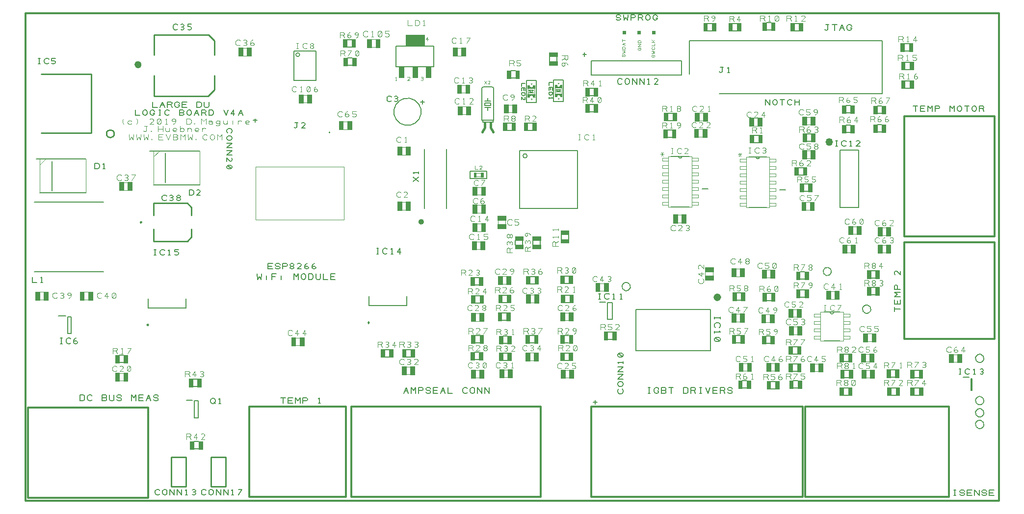
<source format=gbr>
G04 EasyPC Gerber Version 21.0.3 Build 4286 *
G04 #@! TF.Part,Single*
G04 #@! TF.FileFunction,Legend,Top *
G04 #@! TF.FilePolarity,Positive *
%FSLAX35Y35*%
%MOIN*%
%ADD161C,0.00001*%
%ADD159C,0.00080*%
%ADD152C,0.00100*%
%ADD158C,0.00300*%
%ADD151C,0.00384*%
%ADD163C,0.00394*%
%ADD150C,0.00400*%
%ADD153C,0.00472*%
%ADD11C,0.00500*%
%ADD160C,0.00576*%
%ADD95C,0.00591*%
%ADD156C,0.00600*%
%ADD155C,0.00787*%
%ADD154C,0.00800*%
%ADD93C,0.00984*%
%ADD162C,0.01000*%
%ADD98C,0.01200*%
%ADD157C,0.01600*%
%ADD96C,0.01969*%
%ADD165C,0.02500*%
%ADD164C,0.02756*%
X0Y0D02*
D02*
D11*
X7435Y152846D02*
Y149096D01*
X10560*
X13060D02*
X14310D01*
X13685D02*
Y152846D01*
X13060Y152222*
X8656Y156506D02*
X55900D01*
X11384Y297600D02*
X12634D01*
X12009D02*
Y301350D01*
X11384D02*
X12634D01*
X18572Y298226D02*
X18259Y297913D01*
X17634Y297600*
X16697*
X16072Y297913*
X15759Y298226*
X15447Y298850*
Y300100*
X15759Y300726*
X16072Y301038*
X16697Y301350*
X17634*
X18259Y301038*
X18572Y300726*
X20447Y297913D02*
X21072Y297600D01*
X22009*
X22634Y297913*
X22947Y298538*
Y298850*
X22634Y299476*
X22009Y299788*
X20447*
Y301350*
X22947*
X20663Y231466D02*
Y211466D01*
X26345Y107443D02*
X27595D01*
X26970D02*
Y111193D01*
X26345D02*
X27595D01*
X33533Y108068D02*
X33220Y107756D01*
X32595Y107443*
X31657*
X31033Y107756*
X30720Y108068*
X30407Y108693*
Y109943*
X30720Y110568*
X31033Y110881*
X31657Y111193*
X32595*
X33220Y110881*
X33533Y110568*
X35407Y108381D02*
X35720Y109006D01*
X36345Y109318*
X36970*
X37595Y109006*
X37907Y108381*
X37595Y107756*
X36970Y107443*
X36345*
X35720Y107756*
X35407Y108381*
Y109318*
X35720Y110256*
X36345Y110881*
X36970Y111193*
X39778Y68781D02*
Y72531D01*
X41653*
X42278Y72219*
X42590Y71907*
X42903Y71281*
Y70031*
X42590Y69407*
X42278Y69094*
X41653Y68781*
X39778*
X47903Y69407D02*
X47590Y69094D01*
X46965Y68781*
X46028*
X45403Y69094*
X45090Y69407*
X44778Y70031*
Y71281*
X45090Y71907*
X45403Y72219*
X46028Y72531*
X46965*
X47590Y72219*
X47903Y71907*
X56965Y70657D02*
X57590Y70344D01*
X57903Y69719*
X57590Y69094*
X56965Y68781*
X54778*
Y72531*
X56965*
X57590Y72219*
X57903Y71594*
X57590Y70969*
X56965Y70657*
X54778*
X59778Y72531D02*
Y69719D01*
X60090Y69094*
X60715Y68781*
X61965*
X62590Y69094*
X62903Y69719*
Y72531*
X64778Y69719D02*
X65090Y69094D01*
X65715Y68781*
X66965*
X67590Y69094*
X67903Y69719*
X67590Y70344*
X66965Y70657*
X65715*
X65090Y70969*
X64778Y71594*
X65090Y72219*
X65715Y72531*
X66965*
X67590Y72219*
X67903Y71594*
X74778Y68781D02*
Y72531D01*
X76340Y70657*
X77903Y72531*
Y68781*
X79778D02*
Y72531D01*
X82903*
X82278Y70657D02*
X79778D01*
Y68781D02*
X82903D01*
X84778D02*
X86340Y72531D01*
X87903Y68781*
X85403Y70344D02*
X87278D01*
X89778Y69719D02*
X90090Y69094D01*
X90715Y68781*
X91965*
X92590Y69094*
X92903Y69719*
X92590Y70344*
X91965Y70657*
X90715*
X90090Y70969*
X89778Y71594*
X90090Y72219*
X90715Y72531*
X91965*
X92590Y72219*
X92903Y71594*
X49817Y226341D02*
Y230091D01*
X51692*
X52317Y229778*
X52630Y229466*
X52942Y228841*
Y227591*
X52630Y226966*
X52317Y226653*
X51692Y226341*
X49817*
X55442D02*
X56692D01*
X56067D02*
Y230091D01*
X55442Y229466*
X55900Y203750D02*
X8656D01*
X77376Y266311D02*
Y262561D01*
X80501*
X82376Y263811D02*
Y265061D01*
X82689Y265686*
X83001Y265999*
X83626Y266311*
X84251*
X84876Y265999*
X85189Y265686*
X85501Y265061*
Y263811*
X85189Y263186*
X84876Y262874*
X84251Y262561*
X83626*
X83001Y262874*
X82689Y263186*
X82376Y263811*
X89563Y264124D02*
X90501D01*
Y263811*
X90189Y263186*
X89876Y262874*
X89251Y262561*
X88626*
X88001Y262874*
X87689Y263186*
X87376Y263811*
Y265061*
X87689Y265686*
X88001Y265999*
X88626Y266311*
X89251*
X89876Y265999*
X90189Y265686*
X90501Y265061*
X93313Y262561D02*
X94563D01*
X93939D02*
Y266311D01*
X93313D02*
X94563D01*
X100501Y263186D02*
X100189Y262874D01*
X99563Y262561*
X98626*
X98001Y262874*
X97689Y263186*
X97376Y263811*
Y265061*
X97689Y265686*
X98001Y265999*
X98626Y266311*
X99563*
X100189Y265999*
X100501Y265686*
X109563Y264436D02*
X110189Y264124D01*
X110501Y263499*
X110189Y262874*
X109563Y262561*
X107376*
Y266311*
X109563*
X110189Y265999*
X110501Y265374*
X110189Y264749*
X109563Y264436*
X107376*
X112376Y263811D02*
Y265061D01*
X112689Y265686*
X113001Y265999*
X113626Y266311*
X114251*
X114876Y265999*
X115189Y265686*
X115501Y265061*
Y263811*
X115189Y263186*
X114876Y262874*
X114251Y262561*
X113626*
X113001Y262874*
X112689Y263186*
X112376Y263811*
X117376Y262561D02*
X118939Y266311D01*
X120501Y262561*
X118001Y264124D02*
X119876D01*
X122376Y262561D02*
Y266311D01*
X124563*
X125189Y265999*
X125501Y265374*
X125189Y264749*
X124563Y264436*
X122376*
X124563D02*
X125501Y262561D01*
X127376D02*
Y266311D01*
X129251*
X129876Y265999*
X130189Y265686*
X130501Y265061*
Y263811*
X130189Y263186*
X129876Y262874*
X129251Y262561*
X127376*
X137376Y266311D02*
X138939Y262561D01*
X140501Y266311*
X143939Y262561D02*
Y266311D01*
X142376Y263811*
X144876*
X147376Y262561D02*
X148939Y266311D01*
X150501Y262561*
X148001Y264124D02*
X149876D01*
X90124Y167679D02*
X91374D01*
X90750D02*
Y171429D01*
X90124D02*
X91374D01*
X97312Y168304D02*
X97000Y167992D01*
X96374Y167679*
X95437*
X94812Y167992*
X94500Y168304*
X94187Y168929*
Y170179*
X94500Y170804*
X94812Y171117*
X95437Y171429*
X96374*
X97000Y171117*
X97312Y170804*
X99812Y167679D02*
X101062D01*
X100437D02*
Y171429D01*
X99812Y170804*
X104187Y167992D02*
X104812Y167679D01*
X105750*
X106374Y167992*
X106687Y168617*
Y168929*
X106374Y169554*
X105750Y169867*
X104187*
Y171429*
X106687*
X89187Y271823D02*
Y268073D01*
X92312*
X94187D02*
X95750Y271823D01*
X97312Y268073*
X94812Y269635D02*
X96687D01*
X99187Y268073D02*
Y271823D01*
X101374*
X102000Y271511*
X102312Y270885*
X102000Y270261*
X101374Y269948*
X99187*
X101374D02*
X102312Y268073D01*
X106374Y269635D02*
X107312D01*
Y269323*
X107000Y268698*
X106687Y268385*
X106062Y268073*
X105437*
X104812Y268385*
X104500Y268698*
X104187Y269323*
Y270573*
X104500Y271198*
X104812Y271511*
X105437Y271823*
X106062*
X106687Y271511*
X107000Y271198*
X107312Y270573*
X109187Y268073D02*
Y271823D01*
X112312*
X111687Y269948D02*
X109187D01*
Y268073D02*
X112312D01*
X119187D02*
Y271823D01*
X121062*
X121687Y271511*
X122000Y271198*
X122312Y270573*
Y269323*
X122000Y268698*
X121687Y268385*
X121062Y268073*
X119187*
X124187Y271823D02*
Y269011D01*
X124500Y268385*
X125124Y268073*
X126374*
X127000Y268385*
X127312Y269011*
Y271823*
X93887Y5312D02*
X93574Y5000D01*
X92949Y4687*
X92012*
X91387Y5000*
X91074Y5312*
X90762Y5937*
Y7187*
X91074Y7812*
X91387Y8125*
X92012Y8437*
X92949*
X93574Y8125*
X93887Y7812*
X95762Y5937D02*
Y7187D01*
X96074Y7812*
X96387Y8125*
X97012Y8437*
X97637*
X98262Y8125*
X98574Y7812*
X98887Y7187*
Y5937*
X98574Y5312*
X98262Y5000*
X97637Y4687*
X97012*
X96387Y5000*
X96074Y5312*
X95762Y5937*
X100762Y4687D02*
Y8437D01*
X103887Y4687*
Y8437*
X105762Y4687D02*
Y8437D01*
X108887Y4687*
Y8437*
X111387Y4687D02*
X112637D01*
X112012D02*
Y8437D01*
X111387Y7812*
X116074Y5000D02*
X116699Y4687D01*
X117324*
X117949Y5000*
X118262Y5625*
X117949Y6250*
X117324Y6562*
X116699*
X117324D02*
X117949Y6875D01*
X118262Y7500*
X117949Y8125*
X117324Y8437*
X116699*
X116074Y8125*
X98611Y205312D02*
X98299Y205000D01*
X97674Y204687*
X96736*
X96111Y205000*
X95799Y205312*
X95486Y205937*
Y207187*
X95799Y207812*
X96111Y208125*
X96736Y208437*
X97674*
X98299Y208125*
X98611Y207812*
X100799Y205000D02*
X101424Y204687D01*
X102049*
X102674Y205000*
X102986Y205625*
X102674Y206250*
X102049Y206562*
X101424*
X102049D02*
X102674Y206875D01*
X102986Y207500*
X102674Y208125*
X102049Y208437*
X101424*
X100799Y208125*
X106424Y206562D02*
X107049D01*
X107674Y206875*
X107986Y207500*
X107674Y208125*
X107049Y208437*
X106424*
X105799Y208125*
X105486Y207500*
X105799Y206875*
X106424Y206562*
X105799Y206250*
X105486Y205625*
X105799Y205000*
X106424Y204687*
X107049*
X107674Y205000*
X107986Y205625*
X107674Y206250*
X107049Y206562*
X97829Y236978D02*
Y216978D01*
X106092Y321454D02*
X105779Y321141D01*
X105154Y320829*
X104217*
X103592Y321141*
X103279Y321454*
X102967Y322079*
Y323329*
X103279Y323954*
X103592Y324267*
X104217Y324579*
X105154*
X105779Y324267*
X106092Y323954*
X108279Y321141D02*
X108904Y320829D01*
X109529*
X110154Y321141*
X110467Y321767*
X110154Y322391*
X109529Y322704*
X108904*
X109529D02*
X110154Y323017D01*
X110467Y323641*
X110154Y324267*
X109529Y324579*
X108904*
X108279Y324267*
X112967Y321141D02*
X113592Y320829D01*
X114529*
X115154Y321141*
X115467Y321767*
Y322079*
X115154Y322704*
X114529Y323017*
X112967*
Y324579*
X115467*
X113990Y208230D02*
Y211980D01*
X115865*
X116490Y211668*
X116803Y211356*
X117115Y210730*
Y209480*
X116803Y208856*
X116490Y208543*
X115865Y208230*
X113990*
X121490D02*
X118990D01*
X121178Y210418*
X121490Y211043*
X121178Y211668*
X120553Y211980*
X119615*
X118990Y211668*
X125383Y5312D02*
X125070Y5000D01*
X124445Y4687*
X123508*
X122883Y5000*
X122570Y5312*
X122258Y5937*
Y7187*
X122570Y7812*
X122883Y8125*
X123508Y8437*
X124445*
X125070Y8125*
X125383Y7812*
X127258Y5937D02*
Y7187D01*
X127570Y7812*
X127883Y8125*
X128508Y8437*
X129133*
X129758Y8125*
X130070Y7812*
X130383Y7187*
Y5937*
X130070Y5312*
X129758Y5000*
X129133Y4687*
X128508*
X127883Y5000*
X127570Y5312*
X127258Y5937*
X132258Y4687D02*
Y8437D01*
X135383Y4687*
Y8437*
X137258Y4687D02*
Y8437D01*
X140383Y4687*
Y8437*
X142883Y4687D02*
X144133D01*
X143508D02*
Y8437D01*
X142883Y7812*
X147258Y4687D02*
X149758Y8437D01*
X147258*
X128478Y67906D02*
Y69156D01*
X128791Y69781*
X129104Y70093*
X129728Y70406*
X130354*
X130978Y70093*
X131291Y69781*
X131604Y69156*
Y67906*
X131291Y67281*
X130978Y66968*
X130354Y66656*
X129728*
X129104Y66968*
X128791Y67281*
X128478Y67906*
X130666Y67593D02*
X131604Y66656D01*
X134104D02*
X135354D01*
X134728D02*
Y70406D01*
X134104Y69781*
X139962Y250624D02*
X139650Y250937D01*
X139337Y251562*
Y252500*
X139650Y253124*
X139962Y253437*
X140587Y253750*
X141837*
X142462Y253437*
X142775Y253124*
X143087Y252500*
Y251562*
X142775Y250937*
X142462Y250624*
X140587Y248750D02*
X141837D01*
X142462Y248437*
X142775Y248124*
X143087Y247500*
Y246874*
X142775Y246250*
X142462Y245937*
X141837Y245624*
X140587*
X139962Y245937*
X139650Y246250*
X139337Y246874*
Y247500*
X139650Y248124*
X139962Y248437*
X140587Y248750*
X139337Y243750D02*
X143087D01*
X139337Y240624*
X143087*
X139337Y238750D02*
X143087D01*
X139337Y235624*
X143087*
X139337Y231250D02*
Y233750D01*
X141525Y231562*
X142150Y231250*
X142775Y231562*
X143087Y232187*
Y233124*
X142775Y233750*
X139650Y228437D02*
X139337Y227812D01*
Y227187*
X139650Y226562*
X140275Y226250*
X142150*
X142775Y226562*
X143087Y227187*
Y227812*
X142775Y228437*
X142150Y228750*
X140275*
X139650Y228437*
X142775Y226562*
X158697Y260443D02*
Y257943D01*
X157447Y259193D02*
X159947D01*
X160053Y154894D02*
X160366Y151144D01*
X161616Y153019*
X162866Y151144*
X163178Y154894*
X166303Y151144D02*
Y153644D01*
Y154581D02*
X170053Y151144*
Y154894D01*
X173178*
X172553Y153019D02*
X170053D01*
X176303Y151144D02*
Y153644D01*
Y154581D02*
X185053Y151144*
Y154894D01*
X186616Y153019*
X188178Y154894*
Y151144*
X190053Y152394D02*
Y153644D01*
X190366Y154269*
X190678Y154581*
X191303Y154894*
X191928*
X192553Y154581*
X192866Y154269*
X193178Y153644*
Y152394*
X192866Y151769*
X192553Y151456*
X191928Y151144*
X191303*
X190678Y151456*
X190366Y151769*
X190053Y152394*
X195053Y151144D02*
Y154894D01*
X196928*
X197553Y154581*
X197866Y154269*
X198178Y153644*
Y152394*
X197866Y151769*
X197553Y151456*
X196928Y151144*
X195053*
X200053Y154894D02*
Y152081D01*
X200366Y151456*
X200991Y151144*
X202241*
X202866Y151456*
X203178Y152081*
Y154894*
X205053D02*
Y151144D01*
X208178*
X210053D02*
Y154894D01*
X213178*
X212553Y153019D02*
X210053D01*
Y151144D02*
X213178D01*
X167533Y158230D02*
Y161980D01*
X170659*
X170033Y160106D02*
X167533D01*
Y158230D02*
X170659D01*
X172533Y159168D02*
X172846Y158543D01*
X173471Y158230*
X174721*
X175346Y158543*
X175659Y159168*
X175346Y159793*
X174721Y160106*
X173471*
X172846Y160418*
X172533Y161043*
X172846Y161668*
X173471Y161980*
X174721*
X175346Y161668*
X175659Y161043*
X177533Y158230D02*
Y161980D01*
X179721*
X180346Y161668*
X180659Y161043*
X180346Y160418*
X179721Y160106*
X177533*
X183471D02*
X184096D01*
X184721Y160418*
X185033Y161043*
X184721Y161668*
X184096Y161980*
X183471*
X182846Y161668*
X182533Y161043*
X182846Y160418*
X183471Y160106*
X182846Y159793*
X182533Y159168*
X182846Y158543*
X183471Y158230*
X184096*
X184721Y158543*
X185033Y159168*
X184721Y159793*
X184096Y160106*
X190033Y158230D02*
X187533D01*
X189721Y160418*
X190033Y161043*
X189721Y161668*
X189096Y161980*
X188159*
X187533Y161668*
X192533Y159168D02*
X192846Y159793D01*
X193471Y160106*
X194096*
X194721Y159793*
X195033Y159168*
X194721Y158543*
X194096Y158230*
X193471*
X192846Y158543*
X192533Y159168*
Y160106*
X192846Y161043*
X193471Y161668*
X194096Y161980*
X197533Y159168D02*
X197846Y159793D01*
X198471Y160106*
X199096*
X199721Y159793*
X200033Y159168*
X199721Y158543*
X199096Y158230*
X198471*
X197846Y158543*
X197533Y159168*
Y160106*
X197846Y161043*
X198471Y161668*
X199096Y161980*
X177757Y66892D02*
Y70642D01*
X176195D02*
X179320D01*
X181195Y66892D02*
Y70642D01*
X184320*
X183695Y68767D02*
X181195D01*
Y66892D02*
X184320D01*
X186195D02*
Y70642D01*
X187757Y68767*
X189320Y70642*
Y66892*
X191195D02*
Y70642D01*
X193382*
X194007Y70330*
X194320Y69704*
X194007Y69080*
X193382Y68767*
X191195*
X201820Y66892D02*
X203070D01*
X202445D02*
Y70642D01*
X201820Y70017*
X185250Y254525D02*
X185563Y254212D01*
X186187Y253900*
X186813Y254212*
X187125Y254525*
Y257650*
X187750*
X187125D02*
X185875D01*
X192750Y253900D02*
X190250D01*
X192437Y256087*
X192750Y256712*
X192437Y257337*
X191813Y257650*
X190875*
X190250Y257337*
X187671Y302598D02*
G75*
G03Y305098J1250D01*
G01*
G75*
G03Y302598J-1250*
G01*
X200171Y306348D02*
X185171D01*
Y286348*
X200171*
Y306348*
X241306Y168467D02*
X242556D01*
X241931D02*
Y172217D01*
X241306D02*
X242556D01*
X248493Y169092D02*
X248181Y168779D01*
X247556Y168467*
X246618*
X245993Y168779*
X245681Y169092*
X245368Y169717*
Y170967*
X245681Y171592*
X245993Y171904*
X246618Y172217*
X247556*
X248181Y171904*
X248493Y171592*
X250993Y168467D02*
X252243D01*
X251618D02*
Y172217D01*
X250993Y171592*
X256931Y168467D02*
Y172217D01*
X255368Y169717*
X257868*
X251367Y272635D02*
X251055Y272322D01*
X250430Y272010*
X249492*
X248867Y272322*
X248555Y272635*
X248242Y273260*
Y274510*
X248555Y275135*
X248867Y275448*
X249492Y275760*
X250430*
X251055Y275448*
X251367Y275135*
X253555Y272322D02*
X254180Y272010D01*
X254805*
X255430Y272322*
X255742Y272948*
X255430Y273572*
X254805Y273885*
X254180*
X254805D02*
X255430Y274198D01*
X255742Y274822*
X255430Y275448*
X254805Y275760*
X254180*
X253555Y275448*
X254364Y269970D02*
G75*
G03X270112Y260128I7874J-4921D01*
G01*
G75*
G03X254364Y269970I-7874J4921*
G01*
X259778Y73781D02*
X261340Y77531D01*
X262903Y73781*
X260403Y75344D02*
X262278D01*
X264778Y73781D02*
Y77531D01*
X266340Y75657*
X267903Y77531*
Y73781*
X269778D02*
Y77531D01*
X271965*
X272590Y77219*
X272903Y76594*
X272590Y75969*
X271965Y75657*
X269778*
X274778Y74719D02*
X275090Y74094D01*
X275715Y73781*
X276965*
X277590Y74094*
X277903Y74719*
X277590Y75344*
X276965Y75657*
X275715*
X275090Y75969*
X274778Y76594*
X275090Y77219*
X275715Y77531*
X276965*
X277590Y77219*
X277903Y76594*
X279778Y73781D02*
Y77531D01*
X282903*
X282278Y75657D02*
X279778D01*
Y73781D02*
X282903D01*
X284778D02*
X286340Y77531D01*
X287903Y73781*
X285403Y75344D02*
X287278D01*
X289778Y77531D02*
Y73781D01*
X292903*
X302903Y74407D02*
X302590Y74094D01*
X301965Y73781*
X301028*
X300403Y74094*
X300090Y74407*
X299778Y75031*
Y76281*
X300090Y76907*
X300403Y77219*
X301028Y77531*
X301965*
X302590Y77219*
X302903Y76907*
X304778Y75031D02*
Y76281D01*
X305090Y76907*
X305403Y77219*
X306028Y77531*
X306653*
X307278Y77219*
X307590Y76907*
X307903Y76281*
Y75031*
X307590Y74407*
X307278Y74094*
X306653Y73781*
X306028*
X305403Y74094*
X305090Y74407*
X304778Y75031*
X309778Y73781D02*
Y77531D01*
X312903Y73781*
Y77531*
X314778Y73781D02*
Y77531D01*
X317903Y73781*
Y77531*
X269746Y217529D02*
X265996Y220654D01*
Y217529D02*
X269746Y220654D01*
Y223154D02*
Y224404D01*
Y223779D02*
X265996D01*
X266620Y223154*
X271077Y271685D02*
X273577D01*
X272327Y270435D02*
Y272935D01*
X343499Y235104D02*
G75*
G03X340670I-1414D01*
G01*
G75*
G03X343499I1414*
G01*
X377770Y199419D02*
Y238789D01*
X338400*
Y199419*
X377770*
X381313Y303969D02*
X383813D01*
X382563Y302719D02*
Y305219D01*
X387219Y289970D02*
X448242D01*
Y299813*
X387219*
Y289970*
X392093Y137758D02*
X393343D01*
X392718D02*
Y141508D01*
X392093D02*
X393343D01*
X399281Y138383D02*
X398968Y138070D01*
X398343Y137758*
X397406*
X396781Y138070*
X396468Y138383*
X396156Y139008*
Y140258*
X396468Y140883*
X396781Y141196*
X397406Y141508*
X398343*
X398968Y141196*
X399281Y140883*
X401781Y137758D02*
X403031D01*
X402406D02*
Y141508D01*
X401781Y140883*
X406781Y137758D02*
X408031D01*
X407406D02*
Y141508D01*
X406781Y140883*
X389756Y66348D02*
Y68848D01*
X391006Y67598D02*
X388506D01*
X403966Y328179D02*
X404278Y327554D01*
X404903Y327241*
X406153*
X406778Y327554*
X407091Y328179*
X406778Y328804*
X406153Y329117*
X404903*
X404278Y329429*
X403966Y330054*
X404278Y330679*
X404903Y330991*
X406153*
X406778Y330679*
X407091Y330054*
X408966Y330991D02*
X409278Y327241D01*
X410528Y329117*
X411778Y327241*
X412091Y330991*
X413966Y327241D02*
Y330991D01*
X416153*
X416778Y330679*
X417091Y330054*
X416778Y329429*
X416153Y329117*
X413966*
X418966Y327241D02*
Y330991D01*
X421153*
X421778Y330679*
X422091Y330054*
X421778Y329429*
X421153Y329117*
X418966*
X421153D02*
X422091Y327241D01*
X423966Y328491D02*
Y329741D01*
X424278Y330367*
X424591Y330679*
X425216Y330991*
X425841*
X426466Y330679*
X426778Y330367*
X427091Y329741*
Y328491*
X426778Y327867*
X426466Y327554*
X425841Y327241*
X425216*
X424591Y327554*
X424278Y327867*
X423966Y328491*
X431153Y328804D02*
X432091D01*
Y328491*
X431778Y327867*
X431466Y327554*
X430841Y327241*
X430216*
X429591Y327554*
X429278Y327867*
X428966Y328491*
Y329741*
X429278Y330367*
X429591Y330679*
X430216Y330991*
X430841*
X431466Y330679*
X431778Y330367*
X432091Y329741*
X408060Y284446D02*
X407748Y284133D01*
X407122Y283821*
X406185*
X405560Y284133*
X405248Y284446*
X404935Y285071*
Y286321*
X405248Y286946*
X405560Y287259*
X406185Y287571*
X407122*
X407748Y287259*
X408060Y286946*
X409935Y285071D02*
Y286321D01*
X410248Y286946*
X410560Y287259*
X411185Y287571*
X411810*
X412435Y287259*
X412748Y286946*
X413060Y286321*
Y285071*
X412748Y284446*
X412435Y284133*
X411810Y283821*
X411185*
X410560Y284133*
X410248Y284446*
X409935Y285071*
X414935Y283821D02*
Y287571D01*
X418060Y283821*
Y287571*
X419935Y283821D02*
Y287571D01*
X423060Y283821*
Y287571*
X425560Y283821D02*
X426810D01*
X426185D02*
Y287571D01*
X425560Y286946*
X432435Y283821D02*
X429935D01*
X432122Y286009*
X432435Y286633*
X432122Y287259*
X431498Y287571*
X430560*
X429935Y287259*
X409246Y148612D02*
G75*
G03X412396Y143887I1575J-2362D01*
G01*
G75*
G03X409246Y148612I-1575J2362*
G01*
X408097Y76560D02*
X408409Y76247D01*
X408722Y75622*
Y74685*
X408409Y74060*
X408097Y73747*
X407472Y73435*
X406222*
X405597Y73747*
X405284Y74060*
X404972Y74685*
Y75622*
X405284Y76247*
X405597Y76560*
X407472Y78435D02*
X406222D01*
X405597Y78747*
X405284Y79060*
X404972Y79685*
Y80310*
X405284Y80935*
X405597Y81247*
X406222Y81560*
X407472*
X408097Y81247*
X408409Y80935*
X408722Y80310*
Y79685*
X408409Y79060*
X408097Y78747*
X407472Y78435*
X408722Y83435D02*
X404972D01*
X408722Y86560*
X404972*
X408722Y88435D02*
X404972D01*
X408722Y91560*
X404972*
X408722Y94060D02*
Y95310D01*
Y94685D02*
X404972D01*
X405597Y94060*
X408409Y98747D02*
X408722Y99372D01*
Y99997*
X408409Y100622*
X407784Y100935*
X405909*
X405284Y100622*
X404972Y99997*
Y99372*
X405284Y98747*
X405909Y98435*
X407784*
X408409Y98747*
X405284Y100622*
X425715Y73781D02*
X426965D01*
X426340D02*
Y77531D01*
X425715D02*
X426965D01*
X431965Y75344D02*
X432903D01*
Y75031*
X432590Y74407*
X432278Y74094*
X431653Y73781*
X431028*
X430403Y74094*
X430090Y74407*
X429778Y75031*
Y76281*
X430090Y76907*
X430403Y77219*
X431028Y77531*
X431653*
X432278Y77219*
X432590Y76907*
X432903Y76281*
X436965Y75657D02*
X437590Y75344D01*
X437903Y74719*
X437590Y74094*
X436965Y73781*
X434778*
Y77531*
X436965*
X437590Y77219*
X437903Y76594*
X437590Y75969*
X436965Y75657*
X434778*
X441340Y73781D02*
Y77531D01*
X439778D02*
X442903D01*
X449778Y73781D02*
Y77531D01*
X451653*
X452278Y77219*
X452590Y76907*
X452903Y76281*
Y75031*
X452590Y74407*
X452278Y74094*
X451653Y73781*
X449778*
X454778D02*
Y77531D01*
X456965*
X457590Y77219*
X457903Y76594*
X457590Y75969*
X456965Y75657*
X454778*
X456965D02*
X457903Y73781D01*
X460715D02*
X461965D01*
X461340D02*
Y77531D01*
X460715D02*
X461965D01*
X464778D02*
X466340Y73781D01*
X467903Y77531*
X469778Y73781D02*
Y77531D01*
X472903*
X472278Y75657D02*
X469778D01*
Y73781D02*
X472903D01*
X474778D02*
Y77531D01*
X476965*
X477590Y77219*
X477903Y76594*
X477590Y75969*
X476965Y75657*
X474778*
X476965D02*
X477903Y73781D01*
X479778Y74719D02*
X480090Y74094D01*
X480715Y73781*
X481965*
X482590Y74094*
X482903Y74719*
X482590Y75344*
X481965Y75657*
X480715*
X480090Y75969*
X479778Y76594*
X480090Y77219*
X480715Y77531*
X481965*
X482590Y77219*
X482903Y76594*
X470833Y125647D02*
Y124397D01*
Y125022D02*
X474583D01*
Y125647D02*
Y124397D01*
X471458Y118459D02*
X471146Y118772D01*
X470833Y119397*
Y120334*
X471146Y120959*
X471458Y121272*
X472083Y121584*
X473333*
X473958Y121272*
X474271Y120959*
X474583Y120334*
Y119397*
X474271Y118772*
X473958Y118459*
X470833Y115959D02*
Y114709D01*
Y115334D02*
X474583D01*
X473958Y115959*
X471146Y111272D02*
X470833Y110647D01*
Y110022*
X471146Y109397*
X471771Y109084*
X473646*
X474271Y109397*
X474583Y110022*
Y110647*
X474271Y111272*
X473646Y111584*
X471771*
X471146Y111272*
X474271Y109397*
X474226Y292320D02*
X474539Y292007D01*
X475164Y291695*
X475789Y292007*
X476102Y292320*
Y295445*
X476726*
X476102D02*
X474852D01*
X479852Y291695D02*
X481102D01*
X480476D02*
Y295445D01*
X479852Y294820*
X505329Y269648D02*
Y273398D01*
X508454Y269648*
Y273398*
X510329Y270898D02*
Y272148D01*
X510641Y272773*
X510954Y273085*
X511579Y273398*
X512204*
X512829Y273085*
X513141Y272773*
X513454Y272148*
Y270898*
X513141Y270273*
X512829Y269960*
X512204Y269648*
X511579*
X510954Y269960*
X510641Y270273*
X510329Y270898*
X516891Y269648D02*
Y273398D01*
X515329D02*
X518454D01*
X523454Y270273D02*
X523141Y269960D01*
X522516Y269648*
X521579*
X520954Y269960*
X520641Y270273*
X520329Y270898*
Y272148*
X520641Y272773*
X520954Y273085*
X521579Y273398*
X522516*
X523141Y273085*
X523454Y272773*
X525329Y269648D02*
Y273398D01*
Y271523D02*
X528454D01*
Y269648D02*
Y273398D01*
X545860Y158848D02*
G75*
G03X549010Y154124I1575J-2362D01*
G01*
G75*
G03X545860Y158848I-1575J2362*
G01*
X545880Y321060D02*
X546193Y320748D01*
X546817Y320435*
X547443Y320748*
X547755Y321060*
Y324185*
X548380*
X547755D02*
X546505D01*
X552443Y320435D02*
Y324185D01*
X550880D02*
X554005D01*
X555880Y320435D02*
X557443Y324185D01*
X559005Y320435*
X556505Y321998D02*
X558380D01*
X563067D02*
X564005D01*
Y321685*
X563693Y321060*
X563380Y320748*
X562755Y320435*
X562130*
X561505Y320748*
X561193Y321060*
X560880Y321685*
Y322935*
X561193Y323560*
X561505Y323873*
X562130Y324185*
X562755*
X563380Y323873*
X563693Y323560*
X564005Y322935*
X553117Y241695D02*
X554367D01*
X553742D02*
Y245445D01*
X553117D02*
X554367D01*
X560304Y242320D02*
X559992Y242007D01*
X559367Y241695*
X558429*
X557804Y242007*
X557492Y242320*
X557179Y242945*
Y244195*
X557492Y244820*
X557804Y245133*
X558429Y245445*
X559367*
X559992Y245133*
X560304Y244820*
X562804Y241695D02*
X564054D01*
X563429D02*
Y245445D01*
X562804Y244820*
X569679Y241695D02*
X567179D01*
X569367Y243883*
X569679Y244507*
X569367Y245133*
X568742Y245445*
X567804*
X567179Y245133*
X572632Y133257D02*
G75*
G03X575781Y128533I1575J-2362D01*
G01*
G75*
G03X572632Y133257I-1575J2362*
G01*
X596911Y130903D02*
X593161D01*
Y129340D02*
Y132465D01*
X596911Y134340D02*
X593161D01*
Y137465*
X595036Y136840D02*
Y134340D01*
X596911D02*
Y137465D01*
Y139340D02*
X593161D01*
X595036Y140903*
X593161Y142465*
X596911*
Y144340D02*
X593161D01*
Y146528*
X593473Y147153*
X594098Y147465*
X594723Y147153*
X595036Y146528*
Y144340*
X596911Y156840D02*
Y154340D01*
X594723Y156528*
X594098Y156840*
X593473Y156528*
X593161Y155903*
Y154965*
X593473Y154340*
X607285Y265317D02*
Y269067D01*
X605722D02*
X608848D01*
X610722Y265317D02*
Y269067D01*
X613848*
X613222Y267192D02*
X610722D01*
Y265317D02*
X613848D01*
X615722D02*
Y269067D01*
X617285Y267192*
X618848Y269067*
Y265317*
X620722D02*
Y269067D01*
X622910*
X623535Y268755*
X623848Y268130*
X623535Y267505*
X622910Y267192*
X620722*
X630722Y265317D02*
Y269067D01*
X632285Y267192*
X633848Y269067*
Y265317*
X635722Y266567D02*
Y267817D01*
X636035Y268442*
X636348Y268755*
X636972Y269067*
X637598*
X638222Y268755*
X638535Y268442*
X638848Y267817*
Y266567*
X638535Y265942*
X638222Y265630*
X637598Y265317*
X636972*
X636348Y265630*
X636035Y265942*
X635722Y266567*
X642285Y265317D02*
Y269067D01*
X640722D02*
X643848D01*
X645722Y266567D02*
Y267817D01*
X646035Y268442*
X646348Y268755*
X646972Y269067*
X647598*
X648222Y268755*
X648535Y268442*
X648848Y267817*
Y266567*
X648535Y265942*
X648222Y265630*
X647598Y265317*
X646972*
X646348Y265630*
X646035Y265942*
X645722Y266567*
X650722Y265317D02*
Y269067D01*
X652910*
X653535Y268755*
X653848Y268130*
X653535Y267505*
X652910Y267192*
X650722*
X652910D02*
X653848Y265317D01*
X633431Y4293D02*
X634681D01*
X634057D02*
Y8043D01*
X633431D02*
X634681D01*
X637494Y5231D02*
X637807Y4606D01*
X638431Y4293*
X639681*
X640307Y4606*
X640619Y5231*
X640307Y5856*
X639681Y6169*
X638431*
X637807Y6481*
X637494Y7106*
X637807Y7731*
X638431Y8043*
X639681*
X640307Y7731*
X640619Y7106*
X642494Y4293D02*
Y8043D01*
X645619*
X644994Y6169D02*
X642494D01*
Y4293D02*
X645619D01*
X647494D02*
Y8043D01*
X650619Y4293*
Y8043*
X652494Y5231D02*
X652807Y4606D01*
X653431Y4293*
X654681*
X655307Y4606*
X655619Y5231*
X655307Y5856*
X654681Y6169*
X653431*
X652807Y6481*
X652494Y7106*
X652807Y7731*
X653431Y8043*
X654681*
X655307Y7731*
X655619Y7106*
X657494Y4293D02*
Y8043D01*
X660619*
X659994Y6169D02*
X657494D01*
Y4293D02*
X660619D01*
X636975Y86577D02*
X638225D01*
X637600D02*
Y90327D01*
X636975D02*
X638225D01*
X644163Y87202D02*
X643850Y86889D01*
X643225Y86577*
X642287*
X641663Y86889*
X641350Y87202*
X641037Y87827*
Y89077*
X641350Y89702*
X641663Y90015*
X642287Y90327*
X643225*
X643850Y90015*
X644163Y89702*
X646663Y86577D02*
X647913D01*
X647287D02*
Y90327D01*
X646663Y89702*
X651350Y86889D02*
X651975Y86577D01*
X652600*
X653225Y86889*
X653537Y87515*
X653225Y88139*
X652600Y88452*
X651975*
X652600D02*
X653225Y88765D01*
X653537Y89389*
X653225Y90015*
X652600Y90327*
X651975*
X651350Y90015*
X649404Y54911D02*
G75*
G03X652553Y50187I1575J-2362D01*
G01*
G75*
G03X649404Y54911I-1575J2362*
G01*
Y62785D02*
G75*
G03X652553Y58061I1575J-2362D01*
G01*
G75*
G03X649404Y62785I-1575J2362*
G01*
Y71053D02*
G75*
G03X652553Y66328I1575J-2362D01*
G01*
G75*
G03X649404Y71053I-1575J2362*
G01*
Y99793D02*
G75*
G03X652553Y95069I1575J-2362D01*
G01*
G75*
G03X649404Y99793I-1575J2362*
G01*
D02*
D93*
X85821Y120679D02*
G75*
G02Y119694J-492D01*
G01*
Y120679D02*
G75*
G02Y119694J-492D01*
G01*
G75*
G02Y120679J492*
G01*
X235821Y122254D02*
G75*
G02Y121269J-492D01*
G01*
Y122254D02*
G75*
G02Y121269J-492D01*
G01*
G75*
G02Y122254J492*
G01*
D02*
D95*
X316144Y224754D02*
Y219754D01*
X304750*
Y224754*
X316144*
D02*
D96*
X271517Y191181D02*
G75*
G02Y189368J-906D01*
G01*
Y191181D02*
G75*
G02Y189368J-906D01*
G01*
G75*
G02Y191181J906*
G01*
D02*
D98*
X2573Y600D02*
X663990D01*
Y332096*
X2573*
Y600*
X4344Y2569D02*
X86037D01*
Y63986*
X4344*
Y2569*
X154738Y3356D02*
X220289D01*
Y64773*
X154738*
Y3356*
X224030D02*
X352573D01*
Y64773*
X224030*
Y3356*
X387022Y3297D02*
X530722D01*
Y64714*
X387022*
Y3297*
X532494Y3356D02*
X630132D01*
Y64773*
X532494*
Y3356*
X661234Y110639D02*
Y176191D01*
X599817*
Y110639*
X661234*
Y180324D02*
Y262017D01*
X599817*
Y180324*
X661234*
D02*
D150*
X12096Y142569D02*
X15096D01*
X12195Y137372D02*
X15096D01*
X24222Y139033D02*
X23909Y138720D01*
X23284Y138407*
X22346*
X21722Y138720*
X21409Y139033*
X21096Y139657*
Y140907*
X21409Y141533*
X21722Y141845*
X22346Y142157*
X23284*
X23909Y141845*
X24222Y141533*
X26409Y138720D02*
X27034Y138407D01*
X27659*
X28284Y138720*
X28596Y139345*
X28284Y139970*
X27659Y140283*
X27034*
X27659D02*
X28284Y140595D01*
X28596Y141220*
X28284Y141845*
X27659Y142157*
X27034*
X26409Y141845*
X32034Y138407D02*
X32659Y138720D01*
X33284Y139345*
X33596Y140283*
Y141220*
X33284Y141845*
X32659Y142157*
X32034*
X31409Y141845*
X31096Y141220*
X31409Y140595*
X32034Y140283*
X32659*
X33284Y140595*
X33596Y141220*
X42411Y142569D02*
X45411D01*
X42510Y137372D02*
X45411D01*
X54537Y139033D02*
X54224Y138720D01*
X53599Y138407*
X52661*
X52037Y138720*
X51724Y139033*
X51411Y139657*
Y140907*
X51724Y141533*
X52037Y141845*
X52661Y142157*
X53599*
X54224Y141845*
X54537Y141533*
X57974Y138407D02*
Y142157D01*
X56411Y139657*
X58911*
X61724Y138720D02*
X62349Y138407D01*
X62974*
X63599Y138720*
X63911Y139345*
Y141220*
X63599Y141845*
X62974Y142157*
X62349*
X61724Y141845*
X61411Y141220*
Y139345*
X61724Y138720*
X63599Y141845*
X64753Y89170D02*
X64441Y88858D01*
X63815Y88545*
X62878*
X62253Y88858*
X61941Y89170*
X61628Y89795*
Y91045*
X61941Y91670*
X62253Y91983*
X62878Y92295*
X63815*
X64441Y91983*
X64753Y91670*
X69128Y88545D02*
X66628D01*
X68815Y90733*
X69128Y91358*
X68815Y91983*
X68191Y92295*
X67253*
X66628Y91983*
X71941Y88858D02*
X72565Y88545D01*
X73191*
X73815Y88858*
X74128Y89483*
Y91358*
X73815Y91983*
X73191Y92295*
X72565*
X71941Y91983*
X71628Y91358*
Y89483*
X71941Y88858*
X73815Y91983*
X62022Y100750D02*
Y104500D01*
X64209*
X64834Y104188*
X65147Y103563*
X64834Y102938*
X64209Y102625*
X62022*
X64209D02*
X65147Y100750D01*
X67647D02*
X68897D01*
X68272D02*
Y104500D01*
X67647Y103875*
X72022Y100750D02*
X74522Y104500D01*
X72022*
X67903Y219092D02*
X67590Y218779D01*
X66965Y218467*
X66028*
X65403Y218779*
X65090Y219092*
X64778Y219717*
Y220967*
X65090Y221592*
X65403Y221904*
X66028Y222217*
X66965*
X67590Y221904*
X67903Y221592*
X70090Y218779D02*
X70715Y218467D01*
X71340*
X71965Y218779*
X72278Y219404*
X71965Y220029*
X71340Y220342*
X70715*
X71340D02*
X71965Y220654D01*
X72278Y221279*
X71965Y221904*
X71340Y222217*
X70715*
X70090Y221904*
X74778Y218467D02*
X77278Y222217D01*
X74778*
X69327Y256656D02*
X68702Y257593D01*
Y259781*
X69327Y260406*
X74640Y258843D02*
X74015Y259156D01*
X73077*
X72452Y258843*
X72140Y258218*
Y257593*
X72452Y256968*
X73077Y256656*
X74015*
X74640Y256968*
X78077Y256656D02*
X78702Y257593D01*
Y259781*
X78077Y260406*
X89640Y256656D02*
X87140D01*
X89327Y258843*
X89640Y259468*
X89327Y260093*
X88702Y260406*
X87765*
X87140Y260093*
X92452Y256968D02*
X93077Y256656D01*
X93702*
X94327Y256968*
X94640Y257593*
Y259468*
X94327Y260093*
X93702Y260406*
X93077*
X92452Y260093*
X92140Y259468*
Y257593*
X92452Y256968*
X94327Y260093*
X97765Y256656D02*
X99015D01*
X98390D02*
Y260406D01*
X97765Y259781*
X103077Y256656D02*
X103702Y256968D01*
X104327Y257593*
X104640Y258531*
Y259468*
X104327Y260093*
X103702Y260406*
X103077*
X102452Y260093*
X102140Y259468*
X102452Y258843*
X103077Y258531*
X103702*
X104327Y258843*
X104640Y259468*
X112140Y256656D02*
Y260406D01*
X114015*
X114640Y260093*
X114952Y259781*
X115265Y259156*
Y257906*
X114952Y257281*
X114640Y256968*
X114015Y256656*
X112140*
X117452D02*
X117765Y256968D01*
X117452Y257281*
X117140Y256968*
X117452Y256656*
X122140D02*
Y260406D01*
X123702Y258531*
X125265Y260406*
Y256656*
X127140Y258843D02*
X127765Y259156D01*
X128702*
X129327Y258843*
X129640Y258218*
Y257281*
X129327Y256968*
X128702Y256656*
X128077*
X127452Y256968*
X127140Y257281*
Y257593*
X127452Y257906*
X128077Y258218*
X128702*
X129327Y257906*
X129640Y257593*
Y257281D02*
Y256656D01*
X134640Y258218D02*
X134327Y258843D01*
X133702Y259156*
X133077*
X132452Y258843*
X132140Y258218*
Y257906*
X132452Y257281*
X133077Y256968*
X133702*
X134327Y257281*
X134640Y257906*
Y259156D02*
Y256656D01*
X134327Y256031*
X133702Y255718*
X132765*
X132140Y256031*
X137140Y259156D02*
Y257593D01*
X137452Y256968*
X138077Y256656*
X138702*
X139327Y256968*
X139640Y257593*
Y259156D02*
Y256656D01*
X143390D02*
Y259156D01*
Y260093D02*
X147140Y256656*
Y259156D01*
Y258218D02*
X147452Y258843D01*
X148077Y259156*
X148702*
X149327Y258843*
X154640Y256968D02*
X154327Y256656D01*
X153702*
X153077*
X152452Y256968*
X152140Y257593*
Y258531*
X152452Y258843*
X153077Y259156*
X153702*
X154327Y258843*
X154640Y258531*
Y258218*
X154327Y257906*
X153702Y257593*
X153077*
X152452Y257906*
X152140Y258218*
X69183Y216978D02*
X72183D01*
X69281Y211781D02*
X72183D01*
X69329Y87450D02*
X66427D01*
X69427Y82254D02*
X66427D01*
X73045Y249776D02*
X73358Y246026D01*
X74608Y247901*
X75858Y246026*
X76170Y249776*
X78045D02*
X78358Y246026D01*
X79608Y247901*
X80858Y246026*
X81170Y249776*
X83045D02*
X83358Y246026D01*
X84608Y247901*
X85858Y246026*
X86170Y249776*
X88358Y246026D02*
X88670Y246338D01*
X88358Y246651*
X88045Y246338*
X88358Y246026*
X93045D02*
Y249776D01*
X96170*
X95545Y247901D02*
X93045D01*
Y246026D02*
X96170D01*
X98045Y249776D02*
X99608Y246026D01*
X101170Y249776*
X105233Y247901D02*
X105858Y247588D01*
X106170Y246963*
X105858Y246338*
X105233Y246026*
X103045*
Y249776*
X105233*
X105858Y249463*
X106170Y248838*
X105858Y248213*
X105233Y247901*
X103045*
X108045Y246026D02*
Y249776D01*
X109608Y247901*
X111170Y249776*
Y246026*
X113045Y249776D02*
X113358Y246026D01*
X114608Y247901*
X115858Y246026*
X116170Y249776*
X118358Y246026D02*
X118670Y246338D01*
X118358Y246651*
X118045Y246338*
X118358Y246026*
X126170Y246651D02*
X125858Y246338D01*
X125233Y246026*
X124295*
X123670Y246338*
X123358Y246651*
X123045Y247276*
Y248526*
X123358Y249151*
X123670Y249463*
X124295Y249776*
X125233*
X125858Y249463*
X126170Y249151*
X128045Y247276D02*
Y248526D01*
X128358Y249151*
X128670Y249463*
X129295Y249776*
X129920*
X130545Y249463*
X130858Y249151*
X131170Y248526*
Y247276*
X130858Y246651*
X130545Y246338*
X129920Y246026*
X129295*
X128670Y246338*
X128358Y246651*
X128045Y247276*
X133045Y246026D02*
Y249776D01*
X134608Y247901*
X136170Y249776*
Y246026*
X82888Y252163D02*
X83200Y251850D01*
X83825Y251537*
X84450Y251850*
X84763Y252163*
Y255287*
X85388*
X84763D02*
X83513D01*
X88200Y251537D02*
X88513Y251850D01*
X88200Y252163*
X87888Y251850*
X88200Y251537*
X92888D02*
Y255287D01*
Y253413D02*
X96013D01*
Y251537D02*
Y255287D01*
X97888Y254037D02*
Y252475D01*
X98200Y251850*
X98825Y251537*
X99450*
X100075Y251850*
X100388Y252475*
Y254037D02*
Y251537D01*
X105388Y251850D02*
X105075Y251537D01*
X104450*
X103825*
X103200Y251850*
X102888Y252475*
Y253413*
X103200Y253725*
X103825Y254037*
X104450*
X105075Y253725*
X105388Y253413*
Y253100*
X105075Y252787*
X104450Y252475*
X103825*
X103200Y252787*
X102888Y253100*
X107888Y252475D02*
X108200Y251850D01*
X108825Y251537*
X109450*
X110075Y251850*
X110388Y252475*
Y253100*
X110075Y253725*
X109450Y254037*
X108825*
X108200Y253725*
X107888Y253100*
Y251537D02*
Y255287D01*
X112888Y251537D02*
Y254037D01*
Y253100D02*
X113200Y253725D01*
X113825Y254037*
X114450*
X115075Y253725*
X115388Y253100*
Y251537*
X120388Y251850D02*
X120075Y251537D01*
X119450*
X118825*
X118200Y251850*
X117888Y252475*
Y253413*
X118200Y253725*
X118825Y254037*
X119450*
X120075Y253725*
X120388Y253413*
Y253100*
X120075Y252787*
X119450Y252475*
X118825*
X118200Y252787*
X117888Y253100*
X122888Y251537D02*
Y254037D01*
Y253100D02*
X123200Y253725D01*
X123825Y254037*
X124450*
X125075Y253725*
X111234Y85002D02*
Y88752D01*
X113422*
X114047Y88440*
X114359Y87815*
X114047Y87190*
X113422Y86877*
X111234*
X113422D02*
X114359Y85002D01*
X117797D02*
Y88752D01*
X116234Y86252*
X118734*
X121547Y85315D02*
X122172Y85002D01*
X122797*
X123422Y85315*
X123734Y85940*
X123422Y86565*
X122797Y86877*
X122172*
X122797D02*
X123422Y87190D01*
X123734Y87815*
X123422Y88440*
X122797Y88752*
X122172*
X121547Y88440*
X112022Y42482D02*
Y46232D01*
X114209*
X114834Y45920*
X115147Y45295*
X114834Y44670*
X114209Y44357*
X112022*
X114209D02*
X115147Y42482D01*
X118584D02*
Y46232D01*
X117022Y43732*
X119522*
X124522Y42482D02*
X122022D01*
X124209Y44670*
X124522Y45295*
X124209Y45920*
X123584Y46232*
X122647*
X122022Y45920*
X148611Y310824D02*
X148299Y310511D01*
X147674Y310199*
X146736*
X146111Y310511*
X145799Y310824*
X145486Y311449*
Y312699*
X145799Y313324*
X146111Y313637*
X146736Y313949*
X147674*
X148299Y313637*
X148611Y313324*
X150799Y310511D02*
X151424Y310199D01*
X152049*
X152674Y310511*
X152986Y311137*
X152674Y311761*
X152049Y312074*
X151424*
X152049D02*
X152674Y312387D01*
X152986Y313011*
X152674Y313637*
X152049Y313949*
X151424*
X150799Y313637*
X155486Y311137D02*
X155799Y311761D01*
X156424Y312074*
X157049*
X157674Y311761*
X157986Y311137*
X157674Y310511*
X157049Y310199*
X156424*
X155799Y310511*
X155486Y311137*
Y312074*
X155799Y313011*
X156424Y313637*
X157049Y313949*
X150285Y308317D02*
X153285D01*
X150384Y303120D02*
X153285D01*
X184044Y113580D02*
X183732Y113267D01*
X183107Y112955*
X182169*
X181544Y113267*
X181232Y113580*
X180919Y114205*
Y115455*
X181232Y116080*
X181544Y116393*
X182169Y116705*
X183107*
X183732Y116393*
X184044Y116080*
X187482Y112955D02*
Y116705D01*
X185919Y114205*
X188419*
X192482Y112955D02*
Y116705D01*
X190919Y114205*
X193419*
X186800Y279328D02*
X186488Y279015D01*
X185863Y278703*
X184925*
X184300Y279015*
X183988Y279328*
X183675Y279953*
Y281203*
X183988Y281828*
X184300Y282141*
X184925Y282453*
X185863*
X186488Y282141*
X186800Y281828*
X189300Y278703D02*
X190550D01*
X189925D02*
Y282453D01*
X189300Y281828*
X193988Y279015D02*
X194613Y278703D01*
X195238*
X195863Y279015*
X196175Y279641*
Y281515*
X195863Y282141*
X195238Y282453*
X194613*
X193988Y282141*
X193675Y281515*
Y279641*
X193988Y279015*
X195863Y282141*
X198675Y279641D02*
X198988Y280265D01*
X199613Y280578*
X200238*
X200863Y280265*
X201175Y279641*
X200863Y279015*
X200238Y278703*
X199613*
X198988Y279015*
X198675Y279641*
Y280578*
X198988Y281515*
X199613Y282141*
X200238Y282453*
X186896Y308073D02*
X188146D01*
X187521D02*
Y311823D01*
X186896D02*
X188146D01*
X194084Y308698D02*
X193771Y308385D01*
X193146Y308073*
X192209*
X191584Y308385*
X191271Y308698*
X190959Y309323*
Y310573*
X191271Y311198*
X191584Y311511*
X192209Y311823*
X193146*
X193771Y311511*
X194084Y311198*
X196896Y309948D02*
X197521D01*
X198146Y310261*
X198459Y310885*
X198146Y311511*
X197521Y311823*
X196896*
X196271Y311511*
X195959Y310885*
X196271Y310261*
X196896Y309948*
X196271Y309635*
X195959Y309011*
X196271Y308385*
X196896Y308073*
X197521*
X198146Y308385*
X198459Y309011*
X198146Y309635*
X197521Y309948*
X189014Y111466D02*
X186112D01*
X189112Y106269D02*
X186112D01*
X191230Y276427D02*
X194230D01*
X191329Y271230D02*
X194230D01*
X218021Y262281D02*
X217708Y261968D01*
X217083Y261656*
X216146*
X215521Y261968*
X215208Y262281*
X214896Y262906*
Y264156*
X215208Y264781*
X215521Y265093*
X216146Y265406*
X217083*
X217708Y265093*
X218021Y264781*
X219896Y262593D02*
X220208Y263218D01*
X220833Y263531*
X221458*
X222083Y263218*
X222396Y262593*
X222083Y261968*
X221458Y261656*
X220833*
X220208Y261968*
X219896Y262593*
Y263531*
X220208Y264468*
X220833Y265093*
X221458Y265406*
X224896Y261968D02*
X225521Y261656D01*
X226458*
X227083Y261968*
X227396Y262593*
Y262906*
X227083Y263531*
X226458Y263843*
X224896*
Y265406*
X227396*
X216352Y315317D02*
Y319067D01*
X218540*
X219165Y318755*
X219478Y318130*
X219165Y317505*
X218540Y317192*
X216352*
X218540D02*
X219478Y315317D01*
X221352Y316255D02*
X221665Y316880D01*
X222290Y317192*
X222915*
X223540Y316880*
X223852Y316255*
X223540Y315630*
X222915Y315317*
X222290*
X221665Y315630*
X221352Y316255*
Y317192*
X221665Y318130*
X222290Y318755*
X222915Y319067*
X227290Y315317D02*
X227915Y315630D01*
X228540Y316255*
X228852Y317192*
Y318130*
X228540Y318755*
X227915Y319067*
X227290*
X226665Y318755*
X226352Y318130*
X226665Y317505*
X227290Y317192*
X227915*
X228540Y317505*
X228852Y318130*
X216667Y302955D02*
Y306705D01*
X218855*
X219480Y306393*
X219793Y305767*
X219480Y305143*
X218855Y304830*
X216667*
X218855D02*
X219793Y302955D01*
X221667D02*
X224167Y306705D01*
X221667*
X226980Y303267D02*
X227605Y302955D01*
X228230*
X228855Y303267*
X229167Y303893*
Y305767*
X228855Y306393*
X228230Y306705*
X227605*
X226980Y306393*
X226667Y305767*
Y303893*
X226980Y303267*
X228855Y306393*
X218396Y258317D02*
X221396D01*
X218494Y253120D02*
X221396D01*
X235226Y316730D02*
X234913Y316417D01*
X234288Y316104*
X233350*
X232726Y316417*
X232413Y316730*
X232100Y317354*
Y318604*
X232413Y319230*
X232726Y319542*
X233350Y319854*
X234288*
X234913Y319542*
X235226Y319230*
X237726Y316104D02*
X238976D01*
X238350D02*
Y319854D01*
X237726Y319230*
X242413Y316417D02*
X243038Y316104D01*
X243663*
X244288Y316417*
X244600Y317042*
Y318917*
X244288Y319542*
X243663Y319854*
X243038*
X242413Y319542*
X242100Y318917*
Y317042*
X242413Y316417*
X244288Y319542*
X247100Y316417D02*
X247726Y316104D01*
X248663*
X249288Y316417*
X249600Y317042*
Y317354*
X249288Y317980*
X248663Y318292*
X247100*
Y319854*
X249600*
X237687Y314222D02*
X240687D01*
X237785Y309025D02*
X240687D01*
X241943Y105081D02*
Y108831D01*
X244130*
X244756Y108519*
X245068Y107893*
X244756Y107269*
X244130Y106956*
X241943*
X244130D02*
X245068Y105081D01*
X247256Y105393D02*
X247880Y105081D01*
X248506*
X249130Y105393*
X249443Y106019*
X249130Y106643*
X248506Y106956*
X247880*
X248506D02*
X249130Y107269D01*
X249443Y107893*
X249130Y108519*
X248506Y108831*
X247880*
X247256Y108519*
X253506Y105081D02*
Y108831D01*
X251943Y106331*
X254443*
X257785Y207556D02*
X257472Y207244D01*
X256847Y206931*
X255909*
X255285Y207244*
X254972Y207556*
X254659Y208181*
Y209431*
X254972Y210056*
X255285Y210369*
X255909Y210681*
X256847*
X257472Y210369*
X257785Y210056*
X262159Y206931D02*
X259659D01*
X261847Y209119*
X262159Y209744*
X261847Y210369*
X261222Y210681*
X260285*
X259659Y210369*
X257785Y244958D02*
X257472Y244645D01*
X256847Y244333*
X255909*
X255285Y244645*
X254972Y244958*
X254659Y245583*
Y246833*
X254972Y247458*
X255285Y247770*
X255909Y248083*
X256847*
X257472Y247770*
X257785Y247458*
X260285Y244333D02*
X261535D01*
X260909D02*
Y248083D01*
X260285Y247458*
X260029Y93895D02*
X259716Y93582D01*
X259091Y93270*
X258154*
X257529Y93582*
X257216Y93895*
X256904Y94520*
Y95770*
X257216Y96395*
X257529Y96707*
X258154Y97020*
X259091*
X259716Y96707*
X260029Y96395*
X262216Y93582D02*
X262841Y93270D01*
X263466*
X264091Y93582*
X264404Y94207*
X264091Y94832*
X263466Y95145*
X262841*
X263466D02*
X264091Y95457D01*
X264404Y96082*
X264091Y96707*
X263466Y97020*
X262841*
X262216Y96707*
X269404Y93270D02*
X266904D01*
X269091Y95457*
X269404Y96082*
X269091Y96707*
X268466Y97020*
X267529*
X266904Y96707*
X256904Y105081D02*
Y108831D01*
X259091*
X259716Y108519*
X260029Y107893*
X259716Y107269*
X259091Y106956*
X256904*
X259091D02*
X260029Y105081D01*
X262216Y105393D02*
X262841Y105081D01*
X263466*
X264091Y105393*
X264404Y106019*
X264091Y106643*
X263466Y106956*
X262841*
X263466D02*
X264091Y107269D01*
X264404Y107893*
X264091Y108519*
X263466Y108831*
X262841*
X262216Y108519*
X267216Y105393D02*
X267841Y105081D01*
X268466*
X269091Y105393*
X269404Y106019*
X269091Y106643*
X268466Y106956*
X267841*
X268466D02*
X269091Y107269D01*
X269404Y107893*
X269091Y108519*
X268466Y108831*
X267841*
X267216Y108519*
X258159Y203592D02*
X261159D01*
X258159Y240994D02*
X261159D01*
X258258Y198395D02*
X261159D01*
X258258Y235797D02*
X261159D01*
X261309Y91781D02*
X264309D01*
X261407Y86584D02*
X264309D01*
X262278Y327335D02*
Y323585D01*
X265403*
X267278D02*
Y327335D01*
X269153*
X269778Y327022*
X270090Y326710*
X270403Y326085*
Y324835*
X270090Y324210*
X269778Y323897*
X269153Y323585*
X267278*
X272903D02*
X274153D01*
X273528D02*
Y327335D01*
X272903Y326710*
X295403Y312281D02*
X295090Y311968D01*
X294465Y311656*
X293528*
X292903Y311968*
X292590Y312281*
X292278Y312906*
Y314156*
X292590Y314781*
X292903Y315093*
X293528Y315406*
X294465*
X295090Y315093*
X295403Y314781*
X297903Y311656D02*
X299153D01*
X298528D02*
Y315406D01*
X297903Y314781*
X302278Y311656D02*
X304778Y315406D01*
X302278*
X297037Y285233D02*
X296724Y284921D01*
X296099Y284608*
X295161*
X294537Y284921*
X294224Y285233*
X293911Y285858*
Y287108*
X294224Y287733*
X294537Y288046*
X295161Y288358*
X296099*
X296724Y288046*
X297037Y287733*
X299537Y284608D02*
X300787D01*
X300161D02*
Y288358D01*
X299537Y287733*
X304224Y284921D02*
X304849Y284608D01*
X305474*
X306099Y284921*
X306411Y285546*
X306099Y286171*
X305474Y286483*
X304849*
X305474D02*
X306099Y286796D01*
X306411Y287421*
X306099Y288046*
X305474Y288358*
X304849*
X304224Y288046*
X297430Y271060D02*
X297118Y270748D01*
X296493Y270435*
X295555*
X294930Y270748*
X294618Y271060*
X294305Y271685*
Y272935*
X294618Y273560*
X294930Y273873*
X295555Y274185*
X296493*
X297118Y273873*
X297430Y273560*
X299930Y270435D02*
X301180D01*
X300555D02*
Y274185D01*
X299930Y273560*
X306805Y270435D02*
X304305D01*
X306493Y272623*
X306805Y273248*
X306493Y273873*
X305868Y274185*
X304930*
X304305Y273873*
X295778Y308317D02*
X298778D01*
X295876Y303120D02*
X298778D01*
X298636Y153900D02*
Y157650D01*
X300823*
X301448Y157337*
X301761Y156712*
X301448Y156087*
X300823Y155775*
X298636*
X300823D02*
X301761Y153900D01*
X306136D02*
X303636D01*
X305823Y156087*
X306136Y156712*
X305823Y157337*
X305198Y157650*
X304261*
X303636Y157337*
X308948Y154212D02*
X309573Y153900D01*
X310198*
X310823Y154212*
X311136Y154837*
X310823Y155462*
X310198Y155775*
X309573*
X310198D02*
X310823Y156087D01*
X311136Y156712*
X310823Y157337*
X310198Y157650*
X309573*
X308948Y157337*
X298711Y283120D02*
X301711D01*
X298809Y277923D02*
X301711D01*
X299104Y268553D02*
X302104D01*
X299203Y263356D02*
X302104D01*
X306092Y130509D02*
X305779Y130196D01*
X305154Y129884*
X304217*
X303592Y130196*
X303279Y130509*
X302967Y131134*
Y132384*
X303279Y133009*
X303592Y133322*
X304217Y133634*
X305154*
X305779Y133322*
X306092Y133009*
X310467Y129884D02*
X307967D01*
X310154Y132072*
X310467Y132696*
X310154Y133322*
X309529Y133634*
X308592*
X307967Y133322*
X313904Y131759D02*
X314529D01*
X315154Y132072*
X315467Y132696*
X315154Y133322*
X314529Y133634*
X313904*
X313279Y133322*
X312967Y132696*
X313279Y132072*
X313904Y131759*
X313279Y131446*
X312967Y130822*
X313279Y130196*
X313904Y129884*
X314529*
X315154Y130196*
X315467Y130822*
X315154Y131446*
X314529Y131759*
X306485Y91533D02*
X306173Y91220D01*
X305548Y90907*
X304610*
X303985Y91220*
X303673Y91533*
X303360Y92157*
Y93407*
X303673Y94033*
X303985Y94345*
X304610Y94657*
X305548*
X306173Y94345*
X306485Y94033*
X308673Y91220D02*
X309298Y90907D01*
X309923*
X310548Y91220*
X310860Y91845*
X310548Y92470*
X309923Y92783*
X309298*
X309923D02*
X310548Y93095D01*
X310860Y93720*
X310548Y94345*
X309923Y94657*
X309298*
X308673Y94345*
X313673Y91220D02*
X314298Y90907D01*
X314923*
X315548Y91220*
X315860Y91845*
Y93720*
X315548Y94345*
X314923Y94657*
X314298*
X313673Y94345*
X313360Y93720*
Y91845*
X313673Y91220*
X315548Y94345*
X303360Y141301D02*
Y145051D01*
X305548*
X306173Y144739*
X306485Y144114*
X306173Y143489*
X305548Y143176*
X303360*
X305548D02*
X306485Y141301D01*
X310860D02*
X308360D01*
X310548Y143489*
X310860Y144114*
X310548Y144739*
X309923Y145051*
X308985*
X308360Y144739*
X314923Y141301D02*
Y145051D01*
X313360Y142551*
X315860*
X303754Y102719D02*
Y106469D01*
X305941*
X306567Y106156*
X306879Y105531*
X306567Y104906*
X305941Y104594*
X303754*
X305941D02*
X306879Y102719D01*
X311254D02*
X308754D01*
X310941Y104906*
X311254Y105531*
X310941Y106156*
X310317Y106469*
X309379*
X308754Y106156*
X314691Y104594D02*
X315317D01*
X315941Y104906*
X316254Y105531*
X315941Y106156*
X315317Y106469*
X314691*
X314067Y106156*
X313754Y105531*
X314067Y104906*
X314691Y104594*
X314067Y104281*
X313754Y103656*
X314067Y103031*
X314691Y102719*
X315317*
X315941Y103031*
X316254Y103656*
X315941Y104281*
X315317Y104594*
X303754Y114136D02*
Y117886D01*
X305941*
X306567Y117574*
X306879Y116948*
X306567Y116324*
X305941Y116011*
X303754*
X305941D02*
X306879Y114136D01*
X311254D02*
X308754D01*
X310941Y116324*
X311254Y116948*
X310941Y117574*
X310317Y117886*
X309379*
X308754Y117574*
X313754Y114136D02*
X316254Y117886D01*
X313754*
X307273Y178934D02*
X306960Y178622D01*
X306335Y178309*
X305398*
X304773Y178622*
X304460Y178934*
X304148Y179559*
Y180809*
X304460Y181434*
X304773Y181747*
X305398Y182059*
X306335*
X306960Y181747*
X307273Y181434*
X309773Y178309D02*
X311023D01*
X310398D02*
Y182059D01*
X309773Y181434*
X314148Y178622D02*
X314773Y178309D01*
X315710*
X316335Y178622*
X316648Y179247*
Y179559*
X316335Y180184*
X315710Y180497*
X314148*
Y182059*
X316648*
X308060Y191139D02*
X307748Y190826D01*
X307122Y190514*
X306185*
X305560Y190826*
X305248Y191139*
X304935Y191764*
Y193014*
X305248Y193639*
X305560Y193952*
X306185Y194264*
X307122*
X307748Y193952*
X308060Y193639*
X310560Y190514D02*
X311810D01*
X311185D02*
Y194264D01*
X310560Y193639*
X316498Y190514D02*
Y194264D01*
X314935Y191764*
X317435*
X310029Y203344D02*
X309716Y203031D01*
X309091Y202719*
X308154*
X307529Y203031*
X307216Y203344*
X306904Y203969*
Y205219*
X307216Y205844*
X307529Y206156*
X308154Y206469*
X309091*
X309716Y206156*
X310029Y205844*
X311904Y203656D02*
X312216Y204281D01*
X312841Y204594*
X313466*
X314091Y204281*
X314404Y203656*
X314091Y203031*
X313466Y202719*
X312841*
X312216Y203031*
X311904Y203656*
Y204594*
X312216Y205531*
X312841Y206156*
X313466Y206469*
X310422Y215548D02*
X310110Y215236D01*
X309485Y214923*
X308547*
X307922Y215236*
X307610Y215548*
X307297Y216173*
Y217423*
X307610Y218048*
X307922Y218361*
X308547Y218673*
X309485*
X310110Y218361*
X310422Y218048*
X312297Y214923D02*
X314797Y218673D01*
X312297*
X308159Y89419D02*
X311159D01*
X308159Y128002D02*
X311159D01*
X308258Y84222D02*
X311159D01*
X308258Y122805D02*
X311159D01*
X308746Y221049D02*
X312148D01*
X308947Y176820D02*
X311947D01*
X309045Y171624D02*
X311947D01*
X309341Y189025D02*
X312341D01*
X309341Y201624D02*
X312341D01*
X309341Y213828D02*
X312341D01*
X309439Y183828D02*
X312341D01*
X309439Y196427D02*
X312341D01*
X309439Y208631D02*
X312341D01*
X312148Y223458D02*
X308746D01*
X321864Y142089D02*
Y145839D01*
X324052*
X324677Y145526*
X324989Y144901*
X324677Y144276*
X324052Y143964*
X321864*
X324052D02*
X324989Y142089D01*
X329364D02*
X326864D01*
X329052Y144276*
X329364Y144901*
X329052Y145526*
X328427Y145839*
X327489*
X326864Y145526*
X331864Y143026D02*
X332177Y143651D01*
X332802Y143964*
X333427*
X334052Y143651*
X334364Y143026*
X334052Y142401*
X333427Y142089*
X332802*
X332177Y142401*
X331864Y143026*
Y143964*
X332177Y144901*
X332802Y145526*
X333427Y145839*
X324989Y155312D02*
X324677Y155000D01*
X324052Y154687*
X323114*
X322489Y155000*
X322177Y155312*
X321864Y155937*
Y157187*
X322177Y157812*
X322489Y158125*
X323114Y158437*
X324052*
X324677Y158125*
X324989Y157812*
X329364Y154687D02*
X326864D01*
X329052Y156875*
X329364Y157500*
X329052Y158125*
X328427Y158437*
X327489*
X326864Y158125*
X332802Y154687D02*
X333427Y155000D01*
X334052Y155625*
X334364Y156562*
Y157500*
X334052Y158125*
X333427Y158437*
X332802*
X332177Y158125*
X331864Y157500*
X332177Y156875*
X332802Y156562*
X333427*
X334052Y156875*
X334364Y157500*
X325383Y91533D02*
X325070Y91220D01*
X324445Y90907*
X323508*
X322883Y91220*
X322570Y91533*
X322258Y92157*
Y93407*
X322570Y94033*
X322883Y94345*
X323508Y94657*
X324445*
X325070Y94345*
X325383Y94033*
X327570Y91220D02*
X328195Y90907D01*
X328820*
X329445Y91220*
X329758Y91845*
X329445Y92470*
X328820Y92783*
X328195*
X328820D02*
X329445Y93095D01*
X329758Y93720*
X329445Y94345*
X328820Y94657*
X328195*
X327570Y94345*
X332883Y90907D02*
X334133D01*
X333508D02*
Y94657D01*
X332883Y94033*
X322258Y129884D02*
Y133634D01*
X324445*
X325070Y133322*
X325383Y132696*
X325070Y132072*
X324445Y131759*
X322258*
X324445D02*
X325383Y129884D01*
X329758D02*
X327258D01*
X329445Y132072*
X329758Y132696*
X329445Y133322*
X328820Y133634*
X327883*
X327258Y133322*
X332258Y130196D02*
X332883Y129884D01*
X333820*
X334445Y130196*
X334758Y130822*
Y131134*
X334445Y131759*
X333820Y132072*
X332258*
Y133634*
X334758*
X322652Y102325D02*
Y106075D01*
X324839*
X325464Y105763*
X325777Y105137*
X325464Y104513*
X324839Y104200*
X322652*
X324839D02*
X325777Y102325D01*
X327964Y102637D02*
X328589Y102325D01*
X329214*
X329839Y102637*
X330152Y103263*
X329839Y103887*
X329214Y104200*
X328589*
X329214D02*
X329839Y104513D01*
X330152Y105137*
X329839Y105763*
X329214Y106075*
X328589*
X327964Y105763*
X335152Y102325D02*
X332652D01*
X334839Y104513*
X335152Y105137*
X334839Y105763*
X334214Y106075*
X333277*
X332652Y105763*
X322652Y113742D02*
Y117492D01*
X324839*
X325464Y117180*
X325777Y116555*
X325464Y115930*
X324839Y115617*
X322652*
X324839D02*
X325777Y113742D01*
X327964Y114055D02*
X328589Y113742D01*
X329214*
X329839Y114055*
X330152Y114680*
X329839Y115305*
X329214Y115617*
X328589*
X329214D02*
X329839Y115930D01*
X330152Y116555*
X329839Y117180*
X329214Y117492*
X328589*
X327964Y117180*
X333277Y113742D02*
X334527D01*
X333902D02*
Y117492D01*
X333277Y116867*
X323596Y188470D02*
Y191470D01*
X330226Y273698D02*
X329913Y273385D01*
X329288Y273073*
X328350*
X327726Y273385*
X327413Y273698*
X327100Y274323*
Y275573*
X327413Y276198*
X327726Y276511*
X328350Y276823*
X329288*
X329913Y276511*
X330226Y276198*
X333038Y273073D02*
X333663Y273385D01*
X334288Y274011*
X334600Y274948*
Y275885*
X334288Y276511*
X333663Y276823*
X333038*
X332413Y276511*
X332100Y275885*
X332413Y275261*
X333038Y274948*
X333663*
X334288Y275261*
X334600Y275885*
X327451Y89813D02*
X330451D01*
X327549Y84616D02*
X330451D01*
X327770Y258624D02*
Y262374D01*
X329957*
X330582Y262062*
X330895Y261437*
X330582Y260812*
X329957Y260499*
X327770*
X329957D02*
X330895Y258624D01*
X333707Y260499D02*
X334332D01*
X334957Y260812*
X335270Y261437*
X334957Y262062*
X334332Y262374*
X333707*
X333082Y262062*
X332770Y261437*
X333082Y260812*
X333707Y260499*
X333082Y260187*
X332770Y259562*
X333082Y258937*
X333707Y258624*
X334332*
X334957Y258937*
X335270Y259562*
X334957Y260187*
X334332Y260499*
X328793Y188569D02*
Y191470D01*
X329565Y153198D02*
X326663D01*
X329663Y148002D02*
X326663D01*
X333257Y188777D02*
X332944Y188464D01*
X332319Y188152*
X331382*
X330757Y188464*
X330444Y188777*
X330132Y189402*
Y190652*
X330444Y191277*
X330757Y191589*
X331382Y191902*
X332319*
X332944Y191589*
X333257Y191277*
X335132Y188464D02*
X335757Y188152D01*
X336694*
X337319Y188464*
X337632Y189089*
Y189402*
X337319Y190027*
X336694Y190339*
X335132*
Y191902*
X337632*
X330600Y269734D02*
X333600D01*
X330699Y264537D02*
X333600D01*
X331569Y296301D02*
Y300051D01*
X333756*
X334381Y299739*
X334694Y299114*
X334381Y298489*
X333756Y298176*
X331569*
X333756D02*
X334694Y296301D01*
X336569Y296614D02*
X337194Y296301D01*
X338131*
X338756Y296614*
X339069Y297239*
Y297551*
X338756Y298176*
X338131Y298489*
X336569*
Y300051*
X339069*
X333525Y169498D02*
X329775D01*
Y171685*
X330087Y172310*
X330713Y172623*
X331337Y172310*
X331650Y171685*
Y169498*
Y171685D02*
X333525Y172623D01*
X333213Y174810D02*
X333525Y175435D01*
Y176060*
X333213Y176685*
X332587Y176998*
X331963Y176685*
X331650Y176060*
Y175435*
Y176060D02*
X331337Y176685D01*
X330713Y176998*
X330087Y176685*
X329775Y176060*
Y175435*
X330087Y174810*
X331650Y180435D02*
Y181060D01*
X331337Y181685*
X330713Y181998*
X330087Y181685*
X329775Y181060*
Y180435*
X330087Y179810*
X330713Y179498*
X331337Y179810*
X331650Y180435*
X331963Y179810*
X332587Y179498*
X333213Y179810*
X333525Y180435*
Y181060*
X333213Y181685*
X332587Y181998*
X331963Y181685*
X331650Y181060*
X343493Y103344D02*
X343181Y103031D01*
X342556Y102719*
X341618*
X340993Y103031*
X340681Y103344*
X340368Y103969*
Y105219*
X340681Y105844*
X340993Y106156*
X341618Y106469*
X342556*
X343181Y106156*
X343493Y105844*
X345681Y103031D02*
X346306Y102719D01*
X346931*
X347556Y103031*
X347868Y103656*
X347556Y104281*
X346931Y104594*
X346306*
X346931D02*
X347556Y104906D01*
X347868Y105531*
X347556Y106156*
X346931Y106469*
X346306*
X345681Y106156*
X351931Y102719D02*
Y106469D01*
X350368Y103969*
X352868*
X343493Y142320D02*
X343181Y142007D01*
X342556Y141695*
X341618*
X340993Y142007*
X340681Y142320*
X340368Y142945*
Y144195*
X340681Y144820*
X340993Y145133*
X341618Y145445*
X342556*
X343181Y145133*
X343493Y144820*
X345681Y142007D02*
X346306Y141695D01*
X346931*
X347556Y142007*
X347868Y142633*
X347556Y143257*
X346931Y143570*
X346306*
X346931D02*
X347556Y143883D01*
X347868Y144507*
X347556Y145133*
X346931Y145445*
X346306*
X345681Y145133*
X350681Y142007D02*
X351306Y141695D01*
X351931*
X352556Y142007*
X352868Y142633*
X352556Y143257*
X351931Y143570*
X351306*
X351931D02*
X352556Y143883D01*
X352868Y144507*
X352556Y145133*
X351931Y145445*
X351306*
X350681Y145133*
X341156Y114136D02*
Y117886D01*
X343343*
X343968Y117574*
X344281Y116948*
X343968Y116324*
X343343Y116011*
X341156*
X343343D02*
X344281Y114136D01*
X346468Y114448D02*
X347093Y114136D01*
X347718*
X348343Y114448*
X348656Y115074*
X348343Y115698*
X347718Y116011*
X347093*
X347718D02*
X348343Y116324D01*
X348656Y116948*
X348343Y117574*
X347718Y117886*
X347093*
X346468Y117574*
X351156Y114136D02*
X353656Y117886D01*
X351156*
X341156Y154687D02*
Y158437D01*
X343343*
X343968Y158125*
X344281Y157500*
X343968Y156875*
X343343Y156562*
X341156*
X343343D02*
X344281Y154687D01*
X346468Y155000D02*
X347093Y154687D01*
X347718*
X348343Y155000*
X348656Y155625*
X348343Y156250*
X347718Y156562*
X347093*
X347718D02*
X348343Y156875D01*
X348656Y157500*
X348343Y158125*
X347718Y158437*
X347093*
X346468Y158125*
X351156Y155625D02*
X351468Y156250D01*
X352093Y156562*
X352718*
X353343Y156250*
X353656Y155625*
X353343Y155000*
X352718Y154687*
X352093*
X351468Y155000*
X351156Y155625*
Y156562*
X351468Y157500*
X352093Y158125*
X352718Y158437*
X341943Y258624D02*
Y262374D01*
X344130*
X344756Y262062*
X345068Y261437*
X344756Y260812*
X344130Y260499*
X341943*
X344130D02*
X345068Y258624D01*
X349443D02*
X346943D01*
X349130Y260812*
X349443Y261437*
X349130Y262062*
X348506Y262374*
X347568*
X346943Y262062*
X344010Y276880D02*
Y281013D01*
X344896Y282588D02*
G75*
G03X347652I1378J213D01*
G01*
X345730Y170285D02*
X341980D01*
Y172472*
X342292Y173098*
X342917Y173410*
X343542Y173098*
X343855Y172472*
Y170285*
Y172472D02*
X345730Y173410D01*
X345417Y175598D02*
X345730Y176222D01*
Y176848*
X345417Y177472*
X344792Y177785*
X344167Y177472*
X343855Y176848*
Y176222*
Y176848D02*
X343542Y177472D01*
X342917Y177785*
X342292Y177472*
X341980Y176848*
Y176222*
X342292Y175598*
X345730Y181222D02*
X345417Y181848D01*
X344792Y182472*
X343855Y182785*
X342917*
X342292Y182472*
X341980Y181848*
Y181222*
X342292Y180598*
X342917Y180285*
X343542Y180598*
X343855Y181222*
Y181848*
X343542Y182472*
X342917Y182785*
X347652Y275305D02*
G75*
G03X344896I-1378J-213D01*
G01*
X348069Y101230D02*
X345167D01*
X348167Y96033D02*
X345167D01*
X348463Y140600D02*
X345561D01*
X348537Y280915D02*
Y275305D01*
X348561Y135403D02*
X345561D01*
X362514Y277273D02*
Y281407D01*
X363400Y282982D02*
G75*
G03X366156I1378J213D01*
G01*
X367115Y91139D02*
X366803Y90826D01*
X366178Y90514*
X365240*
X364615Y90826*
X364303Y91139*
X363990Y91764*
Y93014*
X364303Y93639*
X364615Y93952*
X365240Y94264*
X366178*
X366803Y93952*
X367115Y93639*
X371490Y90514D02*
X368990D01*
X371178Y92702*
X371490Y93326*
X371178Y93952*
X370553Y94264*
X369615*
X368990Y93952*
X373990Y90826D02*
X374615Y90514D01*
X375553*
X376178Y90826*
X376490Y91452*
Y91764*
X376178Y92389*
X375553Y92702*
X373990*
Y94264*
X376490*
X363990Y142482D02*
Y146232D01*
X366178*
X366803Y145920*
X367115Y145295*
X366803Y144670*
X366178Y144357*
X363990*
X366178D02*
X367115Y142482D01*
X371490D02*
X368990D01*
X371178Y144670*
X371490Y145295*
X371178Y145920*
X370553Y146232*
X369615*
X368990Y145920*
X374615Y142482D02*
X375865D01*
X375240D02*
Y146232D01*
X374615Y145607*
X363990Y155474D02*
Y159224D01*
X366178*
X366803Y158912*
X367115Y158287*
X366803Y157662*
X366178Y157350*
X363990*
X366178D02*
X367115Y155474D01*
X369303Y155787D02*
X369928Y155474D01*
X370553*
X371178Y155787*
X371490Y156412*
X371178Y157037*
X370553Y157350*
X369928*
X370553D02*
X371178Y157662D01*
X371490Y158287*
X371178Y158912*
X370553Y159224*
X369928*
X369303Y158912*
X374303Y155787D02*
X374928Y155474D01*
X375553*
X376178Y155787*
X376490Y156412*
Y158287*
X376178Y158912*
X375553Y159224*
X374928*
X374303Y158912*
X373990Y158287*
Y156412*
X374303Y155787*
X376178Y158912*
X364384Y114136D02*
Y117886D01*
X366571*
X367196Y117574*
X367509Y116948*
X367196Y116324*
X366571Y116011*
X364384*
X366571D02*
X367509Y114136D01*
X371884D02*
X369384D01*
X371571Y116324*
X371884Y116948*
X371571Y117574*
X370946Y117886*
X370009*
X369384Y117574*
X375321Y114136D02*
X375946Y114448D01*
X376571Y115074*
X376884Y116011*
Y116948*
X376571Y117574*
X375946Y117886*
X375321*
X374696Y117574*
X374384Y116948*
X374696Y116324*
X375321Y116011*
X375946*
X376571Y116324*
X376884Y116948*
X367509Y130509D02*
X367196Y130196D01*
X366571Y129884*
X365634*
X365009Y130196*
X364696Y130509*
X364384Y131134*
Y132384*
X364696Y133009*
X365009Y133322*
X365634Y133634*
X366571*
X367196Y133322*
X367509Y133009*
X371884Y129884D02*
X369384D01*
X371571Y132072*
X371884Y132696*
X371571Y133322*
X370946Y133634*
X370009*
X369384Y133322*
X374384Y130822D02*
X374696Y131446D01*
X375321Y131759*
X375946*
X376571Y131446*
X376884Y130822*
X376571Y130196*
X375946Y129884*
X375321*
X374696Y130196*
X374384Y130822*
Y131759*
X374696Y132696*
X375321Y133322*
X375946Y133634*
X364778Y102719D02*
Y106469D01*
X366965*
X367590Y106156*
X367903Y105531*
X367590Y104906*
X366965Y104594*
X364778*
X366965D02*
X367903Y102719D01*
X372278D02*
X369778D01*
X371965Y104906*
X372278Y105531*
X371965Y106156*
X371340Y106469*
X370403*
X369778Y106156*
X375090Y103031D02*
X375715Y102719D01*
X376340*
X376965Y103031*
X377278Y103656*
Y105531*
X376965Y106156*
X376340Y106469*
X375715*
X375090Y106156*
X374778Y105531*
Y103656*
X375090Y103031*
X376965Y106156*
X364628Y173828D02*
X360878D01*
Y176016*
X361190Y176641*
X361815Y176954*
X362440Y176641*
X362752Y176016*
Y173828*
Y176016D02*
X364628Y176954D01*
Y179454D02*
Y180704D01*
Y180078D02*
X360878D01*
X361502Y179454*
X364628Y184454D02*
Y185704D01*
Y185078D02*
X360878D01*
X361502Y184454*
X366156Y275698D02*
G75*
G03X363400I-1378J-213D01*
G01*
X367172Y303494D02*
X370922D01*
Y301306*
X370609Y300681*
X369984Y300369*
X369359Y300681*
X369047Y301306*
Y303494*
Y301306D02*
X367172Y300369D01*
X368109Y298494D02*
X368734Y298181D01*
X369047Y297556*
Y296931*
X368734Y296306*
X368109Y295994*
X367484Y296306*
X367172Y296931*
Y297556*
X367484Y298181*
X368109Y298494*
X369047*
X369984Y298181*
X370609Y297556*
X370922Y296931*
X367041Y281309D02*
Y275698D01*
X368789Y128395D02*
X371789D01*
X368888Y123198D02*
X371789D01*
X372085Y89419D02*
X369183D01*
X372183Y84222D02*
X369183D01*
X378313Y246026D02*
X379563D01*
X378939D02*
Y249776D01*
X378313D02*
X379563D01*
X385501Y246651D02*
X385189Y246338D01*
X384563Y246026*
X383626*
X383001Y246338*
X382689Y246651*
X382376Y247276*
Y248526*
X382689Y249151*
X383001Y249463*
X383626Y249776*
X384563*
X385189Y249463*
X385501Y249151*
X388001Y246026D02*
X389251D01*
X388626D02*
Y249776D01*
X388001Y249151*
X381313Y271222D02*
Y274972D01*
X383500*
X384126Y274660*
X384438Y274035*
X384126Y273410*
X383500Y273098*
X381313*
X383500D02*
X384438Y271222D01*
X387876D02*
Y274972D01*
X386313Y272472*
X388813*
X391626Y271535D02*
X392250Y271222D01*
X392876*
X393500Y271535*
X393813Y272160*
Y274035*
X393500Y274660*
X392876Y274972*
X392250*
X391626Y274660*
X391313Y274035*
Y272160*
X391626Y271535*
X393500Y274660*
X381707Y282640D02*
Y286390D01*
X383894*
X384519Y286078*
X384832Y285452*
X384519Y284828*
X383894Y284515*
X381707*
X383894D02*
X384832Y282640D01*
X388269D02*
Y286390D01*
X386707Y283890*
X389207*
X392332Y282640D02*
X393582D01*
X392957D02*
Y286390D01*
X392332Y285765*
X391131Y150194D02*
X390819Y149881D01*
X390193Y149569*
X389256*
X388631Y149881*
X388319Y150194*
X388006Y150819*
Y152069*
X388319Y152694*
X388631Y153007*
X389256Y153319*
X390193*
X390819Y153007*
X391131Y152694*
X394569Y149569D02*
Y153319D01*
X393006Y150819*
X395506*
X398319Y149881D02*
X398943Y149569D01*
X399569*
X400193Y149881*
X400506Y150507*
X400193Y151131*
X399569Y151444*
X398943*
X399569D02*
X400193Y151757D01*
X400506Y152381*
X400193Y153007*
X399569Y153319*
X398943*
X398319Y153007*
X393518Y116892D02*
Y120642D01*
X395705*
X396330Y120330*
X396643Y119704*
X396330Y119080*
X395705Y118767*
X393518*
X395705D02*
X396643Y116892D01*
X398518Y117204D02*
X399143Y116892D01*
X400080*
X400705Y117204*
X401018Y117830*
Y118142*
X400705Y118767*
X400080Y119080*
X398518*
Y120642*
X401018*
X406018Y116892D02*
X403518D01*
X405705Y119080*
X406018Y119704*
X405705Y120330*
X405080Y120642*
X404143*
X403518Y120330*
X395707Y148474D02*
X392805D01*
X395805Y143277D02*
X392805D01*
X435250Y253900D02*
Y257650D01*
X437437*
X438063Y257337*
X438375Y256712*
X438063Y256087*
X437437Y255775*
X435250*
X437437D02*
X438375Y253900D01*
X440875D02*
X442125D01*
X441500D02*
Y257650D01*
X440875Y257025*
X446187Y253900D02*
X446813Y254212D01*
X447437Y254837*
X447750Y255775*
Y256712*
X447437Y257337*
X446813Y257650*
X446187*
X445563Y257337*
X445250Y256712*
X445563Y256087*
X446187Y255775*
X446813*
X447437Y256087*
X447750Y256712*
X435250Y265317D02*
Y269067D01*
X437437*
X438063Y268755*
X438375Y268130*
X438063Y267505*
X437437Y267192*
X435250*
X437437D02*
X438375Y265317D01*
X440875D02*
X442125D01*
X441500D02*
Y269067D01*
X440875Y268442*
X446187Y267192D02*
X446813D01*
X447437Y267505*
X447750Y268130*
X447437Y268755*
X446813Y269067*
X446187*
X445563Y268755*
X445250Y268130*
X445563Y267505*
X446187Y267192*
X445563Y266880*
X445250Y266255*
X445563Y265630*
X446187Y265317*
X446813*
X447437Y265630*
X447750Y266255*
X447437Y266880*
X446813Y267192*
X441306Y236577D02*
X442556D01*
X441931D02*
Y240327D01*
X441306D02*
X442556D01*
X448493Y237202D02*
X448181Y236889D01*
X447556Y236577*
X446618*
X445993Y236889*
X445681Y237202*
X445368Y237827*
Y239077*
X445681Y239702*
X445993Y240015*
X446618Y240327*
X447556*
X448181Y240015*
X448493Y239702*
X452868Y236577D02*
X450368D01*
X452556Y238765*
X452868Y239389*
X452556Y240015*
X451931Y240327*
X450993*
X450368Y240015*
X444281Y184840D02*
X443968Y184527D01*
X443343Y184215*
X442406*
X441781Y184527*
X441468Y184840*
X441156Y185465*
Y186715*
X441468Y187340*
X441781Y187652*
X442406Y187965*
X443343*
X443968Y187652*
X444281Y187340*
X448656Y184215D02*
X446156D01*
X448343Y186402*
X448656Y187027*
X448343Y187652*
X447718Y187965*
X446781*
X446156Y187652*
X451468Y184527D02*
X452093Y184215D01*
X452718*
X453343Y184527*
X453656Y185152*
X453343Y185777*
X452718Y186090*
X452093*
X452718D02*
X453343Y186402D01*
X453656Y187027*
X453343Y187652*
X452718Y187965*
X452093*
X451468Y187652*
X445561Y194931D02*
X448561D01*
X445659Y189734D02*
X448561D01*
X458454Y254919D02*
X458141Y254606D01*
X457516Y254293*
X456579*
X455954Y254606*
X455641Y254919*
X455329Y255543*
Y256793*
X455641Y257419*
X455954Y257731*
X456579Y258043*
X457516*
X458141Y257731*
X458454Y257419*
X462829Y254293D02*
X460329D01*
X462516Y256481*
X462829Y257106*
X462516Y257731*
X461891Y258043*
X460954*
X460329Y257731*
X467829Y254293D02*
X465329D01*
X467516Y256481*
X467829Y257106*
X467516Y257731*
X466891Y258043*
X465954*
X465329Y257731*
X458848Y265942D02*
X458535Y265630D01*
X457910Y265317*
X456972*
X456348Y265630*
X456035Y265942*
X455722Y266567*
Y267817*
X456035Y268442*
X456348Y268755*
X456972Y269067*
X457910*
X458535Y268755*
X458848Y268442*
X463222Y265317D02*
X460722D01*
X462910Y267505*
X463222Y268130*
X462910Y268755*
X462285Y269067*
X461348*
X460722Y268755*
X466348Y265317D02*
X467598D01*
X466972D02*
Y269067D01*
X466348Y268442*
X459734Y253198D02*
X462734D01*
X459833Y248002D02*
X462734D01*
X460128Y264222D02*
X463128D01*
X460226Y259025D02*
X463128D01*
X463596Y326734D02*
Y330484D01*
X465784*
X466409Y330172*
X466722Y329547*
X466409Y328922*
X465784Y328609*
X463596*
X465784D02*
X466722Y326734D01*
X469534D02*
X470159Y327047D01*
X470784Y327672*
X471096Y328609*
Y329547*
X470784Y330172*
X470159Y330484*
X469534*
X468909Y330172*
X468596Y329547*
X468909Y328922*
X469534Y328609*
X470159*
X470784Y328922*
X471096Y329547*
X462821Y151560D02*
X463134Y151247D01*
X463446Y150622*
Y149685*
X463134Y149060*
X462821Y148747*
X462196Y148435*
X460946*
X460321Y148747*
X460009Y149060*
X459696Y149685*
Y150622*
X460009Y151247*
X460321Y151560*
X463446Y154997D02*
X459696D01*
X462196Y153435*
Y155935*
X463446Y160935D02*
Y158435D01*
X461259Y160622*
X460634Y160935*
X460009Y160622*
X459696Y159997*
Y159060*
X460009Y158435*
X464541Y156529D02*
Y153628D01*
X469738Y156628D02*
Y153628D01*
X483651Y129328D02*
X483338Y129015D01*
X482713Y128703*
X481776*
X481151Y129015*
X480838Y129328*
X480526Y129953*
Y131203*
X480838Y131828*
X481151Y132141*
X481776Y132453*
X482713*
X483338Y132141*
X483651Y131828*
X487088Y128703D02*
Y132453D01*
X485526Y129953*
X488026*
X490526Y128703D02*
X493026Y132453D01*
X490526*
X480919Y114136D02*
Y117886D01*
X483107*
X483732Y117574*
X484044Y116948*
X483732Y116324*
X483107Y116011*
X480919*
X483107D02*
X484044Y114136D01*
X485919Y114448D02*
X486544Y114136D01*
X487482*
X488107Y114448*
X488419Y115074*
Y115386*
X488107Y116011*
X487482Y116324*
X485919*
Y117886*
X488419*
X490919Y114136D02*
X493419Y117886D01*
X490919*
X480919Y143270D02*
Y147020D01*
X483107*
X483732Y146707*
X484044Y146082*
X483732Y145457*
X483107Y145145*
X480919*
X483107D02*
X484044Y143270D01*
X485919Y143582D02*
X486544Y143270D01*
X487482*
X488107Y143582*
X488419Y144207*
Y144520*
X488107Y145145*
X487482Y145457*
X485919*
Y147020*
X488419*
X491857Y145145D02*
X492482D01*
X493107Y145457*
X493419Y146082*
X493107Y146707*
X492482Y147020*
X491857*
X491232Y146707*
X490919Y146082*
X491232Y145457*
X491857Y145145*
X491232Y144832*
X490919Y144207*
X491232Y143582*
X491857Y143270*
X492482*
X493107Y143582*
X493419Y144207*
X493107Y144832*
X492482Y145145*
X480919Y326341D02*
Y330091D01*
X483107*
X483732Y329778*
X484044Y329153*
X483732Y328528*
X483107Y328216*
X480919*
X483107D02*
X484044Y326341D01*
X487482D02*
Y330091D01*
X485919Y327591*
X488419*
X484950Y162281D02*
X484637Y161968D01*
X484012Y161656*
X483075*
X482450Y161968*
X482137Y162281*
X481825Y162906*
Y164156*
X482137Y164781*
X482450Y165093*
X483075Y165406*
X484012*
X484637Y165093*
X484950Y164781*
X488387Y161656D02*
Y165406D01*
X486825Y162906*
X489325*
X492762Y163531D02*
X493387D01*
X494012Y163843*
X494325Y164468*
X494012Y165093*
X493387Y165406*
X492762*
X492137Y165093*
X491825Y164468*
X492137Y163843*
X492762Y163531*
X492137Y163218*
X491825Y162593*
X492137Y161968*
X492762Y161656*
X493387*
X494012Y161968*
X494325Y162593*
X494012Y163218*
X493387Y163531*
X485250Y83427D02*
Y87177D01*
X487437*
X488063Y86865*
X488375Y86240*
X488063Y85615*
X487437Y85302*
X485250*
X487437D02*
X488375Y83427D01*
X490250Y84365D02*
X490563Y84990D01*
X491187Y85302*
X491813*
X492437Y84990*
X492750Y84365*
X492437Y83740*
X491813Y83427*
X491187*
X490563Y83740*
X490250Y84365*
Y85302*
X490563Y86240*
X491187Y86865*
X491813Y87177*
X495875Y83427D02*
X497125D01*
X496500D02*
Y87177D01*
X495875Y86552*
X488375Y95863D02*
X488063Y95551D01*
X487437Y95238*
X486500*
X485875Y95551*
X485563Y95863*
X485250Y96488*
Y97738*
X485563Y98363*
X485875Y98676*
X486500Y98988*
X487437*
X488063Y98676*
X488375Y98363*
X490250Y95551D02*
X490875Y95238D01*
X491813*
X492437Y95551*
X492750Y96176*
Y96488*
X492437Y97113*
X491813Y97426*
X490250*
Y98988*
X492750*
X495875Y95238D02*
X497125D01*
X496500D02*
Y98988D01*
X495875Y98363*
X485325Y127608D02*
X488325D01*
X485325Y158317D02*
X488325D01*
X485423Y122411D02*
X488325D01*
X485423Y153120D02*
X488325D01*
X490049Y94143D02*
X493049D01*
X490148Y88946D02*
X493049D01*
X495856Y262005D02*
X495543Y261693D01*
X494918Y261380*
X493980*
X493356Y261693*
X493043Y262005*
X492730Y262630*
Y263880*
X493043Y264505*
X493356Y264818*
X493980Y265130*
X494918*
X495543Y264818*
X495856Y264505*
X500230Y261380D02*
X497730D01*
X499918Y263568*
X500230Y264193*
X499918Y264818*
X499293Y265130*
X498356*
X497730Y264818*
X504293Y261380D02*
Y265130D01*
X502730Y262630*
X505230*
X494061Y236970D02*
X495311D01*
X494687D02*
Y240720D01*
X494061D02*
X495311D01*
X501249Y237596D02*
X500937Y237283D01*
X500311Y236970*
X499374*
X498749Y237283*
X498437Y237596*
X498124Y238220*
Y239470*
X498437Y240096*
X498749Y240408*
X499374Y240720*
X500311*
X500937Y240408*
X501249Y240096*
X503437Y237283D02*
X504061Y236970D01*
X504687*
X505311Y237283*
X505624Y237908*
X505311Y238533*
X504687Y238846*
X504061*
X504687D02*
X505311Y239158D01*
X505624Y239783*
X505311Y240408*
X504687Y240720*
X504061*
X503437Y240408*
X496274Y250750D02*
Y254500D01*
X498461*
X499086Y254188*
X499399Y253563*
X499086Y252938*
X498461Y252625*
X496274*
X498461D02*
X499399Y250750D01*
X501899D02*
X503149D01*
X502524D02*
Y254500D01*
X501899Y253875*
X497136Y260679D02*
X500136D01*
X497234Y255482D02*
X500136D01*
X503336Y159249D02*
X503023Y158937D01*
X502398Y158624*
X501461*
X500836Y158937*
X500523Y159249*
X500211Y159874*
Y161124*
X500523Y161749*
X500836Y162062*
X501461Y162374*
X502398*
X503023Y162062*
X503336Y161749*
X505211Y158937D02*
X505836Y158624D01*
X506773*
X507398Y158937*
X507711Y159562*
Y159874*
X507398Y160499*
X506773Y160812*
X505211*
Y162374*
X507711*
X510523Y158937D02*
X511148Y158624D01*
X511773*
X512398Y158937*
X512711Y159562*
Y161437*
X512398Y162062*
X511773Y162374*
X511148*
X510523Y162062*
X510211Y161437*
Y159562*
X510523Y158937*
X512398Y162062*
X503730Y128934D02*
X503417Y128622D01*
X502792Y128309*
X501854*
X501230Y128622*
X500917Y128934*
X500604Y129559*
Y130809*
X500917Y131434*
X501230Y131747*
X501854Y132059*
X502792*
X503417Y131747*
X503730Y131434*
X507167Y128309D02*
Y132059D01*
X505604Y129559*
X508104*
X511542Y128309D02*
X512167Y128622D01*
X512792Y129247*
X513104Y130184*
Y131122*
X512792Y131747*
X512167Y132059*
X511542*
X510917Y131747*
X510604Y131122*
X510917Y130497*
X511542Y130184*
X512167*
X512792Y130497*
X513104Y131122*
X500998Y113742D02*
Y117492D01*
X503185*
X503811Y117180*
X504123Y116555*
X503811Y115930*
X503185Y115617*
X500998*
X503185D02*
X504123Y113742D01*
X505998Y114055D02*
X506623Y113742D01*
X507561*
X508185Y114055*
X508498Y114680*
Y114992*
X508185Y115617*
X507561Y115930*
X505998*
Y117492*
X508498*
X511935Y113742D02*
X512561Y114055D01*
X513185Y114680*
X513498Y115617*
Y116555*
X513185Y117180*
X512561Y117492*
X511935*
X511311Y117180*
X510998Y116555*
X511311Y115930*
X511935Y115617*
X512561*
X513185Y115930*
X513498Y116555*
X501392Y142876D02*
Y146626D01*
X503579*
X504204Y146314*
X504517Y145689*
X504204Y145064*
X503579Y144751*
X501392*
X503579D02*
X504517Y142876D01*
X506392Y143814D02*
X506704Y144439D01*
X507329Y144751*
X507954*
X508579Y144439*
X508892Y143814*
X508579Y143189*
X507954Y142876*
X507329*
X506704Y143189*
X506392Y143814*
Y144751*
X506704Y145689*
X507329Y146314*
X507954Y146626*
X511704Y143189D02*
X512329Y142876D01*
X512954*
X513579Y143189*
X513892Y143814*
Y145689*
X513579Y146314*
X512954Y146626*
X512329*
X511704Y146314*
X511392Y145689*
Y143814*
X511704Y143189*
X513579Y146314*
X501785Y326734D02*
Y330484D01*
X503973*
X504598Y330172*
X504911Y329547*
X504598Y328922*
X503973Y328609*
X501785*
X503973D02*
X504911Y326734D01*
X507411D02*
X508661D01*
X508035D02*
Y330484D01*
X507411Y329859*
X512098Y327047D02*
X512723Y326734D01*
X513348*
X513973Y327047*
X514285Y327672*
Y329547*
X513973Y330172*
X513348Y330484*
X512723*
X512098Y330172*
X511785Y329547*
Y327672*
X512098Y327047*
X513973Y330172*
X504148Y83033D02*
Y86783D01*
X506335*
X506960Y86471*
X507273Y85846*
X506960Y85221*
X506335Y84909*
X504148*
X506335D02*
X507273Y83033D01*
X509148Y83346D02*
X509773Y83033D01*
X510710*
X511335Y83346*
X511648Y83971*
Y84283*
X511335Y84909*
X510710Y85221*
X509148*
Y86783*
X511648*
X514148Y83971D02*
X514460Y84596D01*
X515085Y84909*
X515710*
X516335Y84596*
X516648Y83971*
X516335Y83346*
X515710Y83033*
X515085*
X514460Y83346*
X514148Y83971*
Y84909*
X514460Y85846*
X515085Y86471*
X515710Y86783*
X507667Y95863D02*
X507354Y95551D01*
X506729Y95238*
X505791*
X505167Y95551*
X504854Y95863*
X504541Y96488*
Y97738*
X504854Y98363*
X505167Y98676*
X505791Y98988*
X506729*
X507354Y98676*
X507667Y98363*
X511104Y95238D02*
Y98988D01*
X509541Y96488*
X512041*
X514541Y96176D02*
X514854Y96801D01*
X515479Y97113*
X516104*
X516729Y96801*
X517041Y96176*
X516729Y95551*
X516104Y95238*
X515479*
X514854Y95551*
X514541Y96176*
Y97113*
X514854Y98051*
X515479Y98676*
X516104Y98988*
X505404Y127214D02*
X508404D01*
X505502Y122017D02*
X508404D01*
X505797Y157529D02*
X508797D01*
X505896Y152332D02*
X508797D01*
X508947Y94143D02*
X511947D01*
X509045Y88946D02*
X511947D01*
X521446Y132871D02*
X521133Y132559D01*
X520508Y132246*
X519571*
X518946Y132559*
X518633Y132871*
X518321Y133496*
Y134746*
X518633Y135371*
X518946Y135684*
X519571Y135996*
X520508*
X521133Y135684*
X521446Y135371*
X523321Y132559D02*
X523946Y132246D01*
X524883*
X525508Y132559*
X525821Y133184*
Y133496*
X525508Y134121*
X524883Y134434*
X523321*
Y135996*
X525821*
X530821Y132246D02*
X528321D01*
X530508Y134434*
X530821Y135059*
X530508Y135684*
X529883Y135996*
X528946*
X528321Y135684*
X519502Y83427D02*
Y87177D01*
X521689*
X522315Y86865*
X522627Y86240*
X522315Y85615*
X521689Y85302*
X519502*
X521689D02*
X522627Y83427D01*
X524502D02*
X527002Y87177D01*
X524502*
X529502Y83740D02*
X530127Y83427D01*
X531065*
X531689Y83740*
X532002Y84365*
Y84677*
X531689Y85302*
X531065Y85615*
X529502*
Y87177*
X532002*
X519502Y95238D02*
Y98988D01*
X521689*
X522315Y98676*
X522627Y98051*
X522315Y97426*
X521689Y97113*
X519502*
X521689D02*
X522627Y95238D01*
X524502D02*
X527002Y98988D01*
X524502*
X529502Y96176D02*
X529815Y96801D01*
X530439Y97113*
X531065*
X531689Y96801*
X532002Y96176*
X531689Y95551*
X531065Y95238*
X530439*
X529815Y95551*
X529502Y96176*
Y97113*
X529815Y98051*
X530439Y98676*
X531065Y98988*
X519502Y106656D02*
Y110406D01*
X521689*
X522315Y110093*
X522627Y109468*
X522315Y108843*
X521689Y108531*
X519502*
X521689D02*
X522627Y106656D01*
X524502D02*
X527002Y110406D01*
X524502*
X529502Y106656D02*
X532002Y110406D01*
X529502*
X522627Y121060D02*
X522315Y120748D01*
X521689Y120435*
X520752*
X520127Y120748*
X519815Y121060*
X519502Y121685*
Y122935*
X519815Y123560*
X520127Y123873*
X520752Y124185*
X521689*
X522315Y123873*
X522627Y123560*
X524502Y120748D02*
X525127Y120435D01*
X526065*
X526689Y120748*
X527002Y121373*
Y121685*
X526689Y122310*
X526065Y122623*
X524502*
Y124185*
X527002*
X529815Y120748D02*
X530439Y120435D01*
X531065*
X531689Y120748*
X532002Y121373*
X531689Y121998*
X531065Y122310*
X530439*
X531065D02*
X531689Y122623D01*
X532002Y123248*
X531689Y123873*
X531065Y124185*
X530439*
X529815Y123873*
X519896Y326734D02*
Y330484D01*
X522083*
X522708Y330172*
X523021Y329547*
X522708Y328922*
X522083Y328609*
X519896*
X522083D02*
X523021Y326734D01*
X525521D02*
X526771D01*
X526146D02*
Y330484D01*
X525521Y329859*
X532396Y326734D02*
X529896D01*
X532083Y328922*
X532396Y329547*
X532083Y330172*
X531458Y330484*
X530521*
X529896Y330172*
X523439Y228309D02*
Y232059D01*
X525626*
X526252Y231747*
X526564Y231122*
X526252Y230497*
X525626Y230184*
X523439*
X525626D02*
X526564Y228309D01*
X528439Y229247D02*
X528752Y229872D01*
X529376Y230184*
X530002*
X530626Y229872*
X530939Y229247*
X530626Y228622*
X530002Y228309*
X529376*
X528752Y228622*
X528439Y229247*
Y230184*
X528752Y231122*
X529376Y231747*
X530002Y232059*
X535939Y228309D02*
X533439D01*
X535626Y230497*
X535939Y231122*
X535626Y231747*
X535002Y232059*
X534064*
X533439Y231747*
X523907Y130757D02*
X526907D01*
X524006Y125561D02*
X526907D01*
X524620Y145238D02*
Y148988D01*
X526807*
X527433Y148676*
X527745Y148051*
X527433Y147426*
X526807Y147113*
X524620*
X526807D02*
X527745Y145238D01*
X529620D02*
X532120Y148988D01*
X529620*
X535557Y145238D02*
X536183Y145551D01*
X536807Y146176*
X537120Y147113*
Y148051*
X536807Y148676*
X536183Y148988*
X535557*
X534933Y148676*
X534620Y148051*
X534933Y147426*
X535557Y147113*
X536183*
X536807Y147426*
X537120Y148051*
X524620Y157443D02*
Y161193D01*
X526807*
X527433Y160881*
X527745Y160256*
X527433Y159631*
X526807Y159318*
X524620*
X526807D02*
X527745Y157443D01*
X529620D02*
X532120Y161193D01*
X529620*
X535557Y159318D02*
X536183D01*
X536807Y159631*
X537120Y160256*
X536807Y160881*
X536183Y161193*
X535557*
X534933Y160881*
X534620Y160256*
X534933Y159631*
X535557Y159318*
X534933Y159006*
X534620Y158381*
X534933Y157756*
X535557Y157443*
X536183*
X536807Y157756*
X537120Y158381*
X536807Y159006*
X536183Y159318*
X526982Y217285D02*
Y221035D01*
X529170*
X529795Y220723*
X530107Y220098*
X529795Y219473*
X529170Y219161*
X526982*
X529170D02*
X530107Y217285D01*
X531982Y217598D02*
X532607Y217285D01*
X533545*
X534170Y217598*
X534482Y218223*
Y218535*
X534170Y219161*
X533545Y219473*
X531982*
Y221035*
X534482*
X536982Y217598D02*
X537607Y217285D01*
X538545*
X539170Y217598*
X539482Y218223*
Y218535*
X539170Y219161*
X538545Y219473*
X536982*
Y221035*
X539482*
X527203Y118946D02*
X524301D01*
X527301Y113750D02*
X524301D01*
X531289Y263580D02*
X530976Y263267D01*
X530351Y262955*
X529413*
X528789Y263267*
X528476Y263580*
X528163Y264205*
Y265455*
X528476Y266080*
X528789Y266393*
X529413Y266705*
X530351*
X530976Y266393*
X531289Y266080*
X533163Y263267D02*
X533789Y262955D01*
X534726*
X535351Y263267*
X535663Y263893*
Y264205*
X535351Y264830*
X534726Y265143*
X533163*
Y266705*
X535663*
X539101Y262955D02*
X539726Y263267D01*
X540351Y263893*
X540663Y264830*
Y265767*
X540351Y266393*
X539726Y266705*
X539101*
X538476Y266393*
X538163Y265767*
X538476Y265143*
X539101Y264830*
X539726*
X540351Y265143*
X540663Y265767*
X531682Y240352D02*
X531370Y240039D01*
X530744Y239726*
X529807*
X529182Y240039*
X528870Y240352*
X528557Y240976*
Y242226*
X528870Y242852*
X529182Y243164*
X529807Y243476*
X530744*
X531370Y243164*
X531682Y242852*
X533557Y240039D02*
X534182Y239726D01*
X535120*
X535744Y240039*
X536057Y240664*
Y240976*
X535744Y241602*
X535120Y241914*
X533557*
Y243476*
X536057*
X539494Y241602D02*
X540120D01*
X540744Y241914*
X541057Y242539*
X540744Y243164*
X540120Y243476*
X539494*
X538870Y243164*
X538557Y242539*
X538870Y241914*
X539494Y241602*
X538870Y241289*
X538557Y240664*
X538870Y240039*
X539494Y239726*
X540120*
X540744Y240039*
X541057Y240664*
X540744Y241289*
X540120Y241602*
X528557Y251144D02*
Y254894D01*
X530744*
X531370Y254581*
X531682Y253956*
X531370Y253331*
X530744Y253019*
X528557*
X530744D02*
X531682Y251144D01*
X533557Y252081D02*
X533870Y252706D01*
X534494Y253019*
X535120*
X535744Y252706*
X536057Y252081*
X535744Y251456*
X535120Y251144*
X534494*
X533870Y251456*
X533557Y252081*
Y253019*
X533870Y253956*
X534494Y254581*
X535120Y254894*
X538870Y251456D02*
X539494Y251144D01*
X540120*
X540744Y251456*
X541057Y252081*
X540744Y252706*
X540120Y253019*
X539494*
X540120D02*
X540744Y253331D01*
X541057Y253956*
X540744Y254581*
X540120Y254894*
X539494*
X538870Y254581*
X531879Y205312D02*
X531567Y205000D01*
X530941Y204687*
X530004*
X529379Y205000*
X529067Y205312*
X528754Y205937*
Y207187*
X529067Y207812*
X529379Y208125*
X530004Y208437*
X530941*
X531567Y208125*
X531879Y207812*
X533754Y205000D02*
X534379Y204687D01*
X535317*
X535941Y205000*
X536254Y205625*
Y205937*
X535941Y206562*
X535317Y206875*
X533754*
Y208437*
X536254*
X538754Y204687D02*
X541254Y208437D01*
X538754*
X536800Y95863D02*
X536488Y95551D01*
X535863Y95238*
X534925*
X534300Y95551*
X533988Y95863*
X533675Y96488*
Y97738*
X533988Y98363*
X534300Y98676*
X534925Y98988*
X535863*
X536488Y98676*
X536800Y98363*
X540238Y95238D02*
Y98988D01*
X538675Y96488*
X541175*
X543675Y95551D02*
X544300Y95238D01*
X545238*
X545863Y95551*
X546175Y96176*
Y96488*
X545863Y97113*
X545238Y97426*
X543675*
Y98988*
X546175*
X535667Y203592D02*
X532766D01*
X535766Y198395D02*
X532766D01*
X536258Y238631D02*
X533356D01*
X536258Y261466D02*
X533356D01*
X536356Y233435D02*
X533356D01*
X536356Y256269D02*
X533356D01*
X538474Y93750D02*
X541474D01*
X538573Y88553D02*
X541474D01*
X545243Y130041D02*
X546493D01*
X545868D02*
Y133791D01*
X545243D02*
X546493D01*
X552430Y130667D02*
X552118Y130354D01*
X551493Y130041*
X550555*
X549930Y130354*
X549618Y130667*
X549305Y131291*
Y132541*
X549618Y133167*
X549930Y133479*
X550555Y133791*
X551493*
X552118Y133479*
X552430Y133167*
X554305Y130041D02*
X556805Y133791D01*
X554305*
X548218Y145076D02*
X547905Y144763D01*
X547280Y144451*
X546343*
X545718Y144763*
X545405Y145076*
X545093Y145701*
Y146951*
X545405Y147576*
X545718Y147889*
X546343Y148201*
X547280*
X547905Y147889*
X548218Y147576*
X551655Y144451D02*
Y148201D01*
X550093Y145701*
X552593*
X555718Y144451D02*
X556968D01*
X556343D02*
Y148201D01*
X555718Y147576*
X549498Y142962D02*
X552498D01*
X549596Y137765D02*
X552498D01*
X553754Y79096D02*
Y82846D01*
X555941*
X556567Y82534*
X556879Y81909*
X556567Y81284*
X555941Y80972*
X553754*
X555941D02*
X556879Y79096D01*
X559691Y80972D02*
X560317D01*
X560941Y81284*
X561254Y81909*
X560941Y82534*
X560317Y82846*
X559691*
X559067Y82534*
X558754Y81909*
X559067Y81284*
X559691Y80972*
X559067Y80659*
X558754Y80034*
X559067Y79409*
X559691Y79096*
X560317*
X560941Y79409*
X561254Y80034*
X560941Y80659*
X560317Y80972*
X564067Y79409D02*
X564691Y79096D01*
X565317*
X565941Y79409*
X566254Y80034*
Y81909*
X565941Y82534*
X565317Y82846*
X564691*
X564067Y82534*
X563754Y81909*
Y80034*
X564067Y79409*
X565941Y82534*
X554148Y90514D02*
Y94264D01*
X556335*
X556960Y93952*
X557273Y93326*
X556960Y92702*
X556335Y92389*
X554148*
X556335D02*
X557273Y90514D01*
X560085Y92389D02*
X560710D01*
X561335Y92702*
X561648Y93326*
X561335Y93952*
X560710Y94264*
X560085*
X559460Y93952*
X559148Y93326*
X559460Y92702*
X560085Y92389*
X559460Y92076*
X559148Y91452*
X559460Y90826*
X560085Y90514*
X560710*
X561335Y90826*
X561648Y91452*
X561335Y92076*
X560710Y92389*
X564773Y90514D02*
X566023D01*
X565398D02*
Y94264D01*
X564773Y93639*
X554148Y101537D02*
Y105287D01*
X556335*
X556960Y104975*
X557273Y104350*
X556960Y103725*
X556335Y103413*
X554148*
X556335D02*
X557273Y101537D01*
X560085Y103413D02*
X560710D01*
X561335Y103725*
X561648Y104350*
X561335Y104975*
X560710Y105287*
X560085*
X559460Y104975*
X559148Y104350*
X559460Y103725*
X560085Y103413*
X559460Y103100*
X559148Y102475*
X559460Y101850*
X560085Y101537*
X560710*
X561335Y101850*
X561648Y102475*
X561335Y103100*
X560710Y103413*
X566648Y101537D02*
X564148D01*
X566335Y103725*
X566648Y104350*
X566335Y104975*
X565710Y105287*
X564773*
X564148Y104975*
X555329Y271222D02*
Y274972D01*
X557516*
X558141Y274660*
X558454Y274035*
X558141Y273410*
X557516Y273098*
X555329*
X557516D02*
X558454Y271222D01*
X560329Y272160D02*
X560641Y272785D01*
X561266Y273098*
X561891*
X562516Y272785*
X562829Y272160*
X562516Y271535*
X561891Y271222*
X561266*
X560641Y271535*
X560329Y272160*
Y273098*
X560641Y274035*
X561266Y274660*
X561891Y274972*
X565329Y271535D02*
X565954Y271222D01*
X566891*
X567516Y271535*
X567829Y272160*
Y272472*
X567516Y273098*
X566891Y273410*
X565329*
Y274972*
X567829*
X558848Y176572D02*
X558535Y176259D01*
X557910Y175947*
X556972*
X556348Y176259*
X556035Y176572*
X555722Y177197*
Y178447*
X556035Y179072*
X556348Y179385*
X556972Y179697*
X557910*
X558535Y179385*
X558848Y179072*
X560722Y176885D02*
X561035Y177509D01*
X561660Y177822*
X562285*
X562910Y177509*
X563222Y176885*
X562910Y176259*
X562285Y175947*
X561660*
X561035Y176259*
X560722Y176885*
Y177822*
X561035Y178759*
X561660Y179385*
X562285Y179697*
X566348Y175947D02*
X567598D01*
X566972D02*
Y179697D01*
X566348Y179072*
X555722Y257837D02*
Y261587D01*
X557910*
X558535Y261274*
X558848Y260649*
X558535Y260024*
X557910Y259712*
X555722*
X557910D02*
X558848Y257837D01*
X560722Y258774D02*
X561035Y259399D01*
X561660Y259712*
X562285*
X562910Y259399*
X563222Y258774*
X562910Y258149*
X562285Y257837*
X561660*
X561035Y258149*
X560722Y258774*
Y259712*
X561035Y260649*
X561660Y261274*
X562285Y261587*
X567285Y257837D02*
Y261587D01*
X565722Y259087*
X568222*
X562391Y189170D02*
X562078Y188858D01*
X561453Y188545*
X560516*
X559891Y188858*
X559578Y189170*
X559266Y189795*
Y191045*
X559578Y191670*
X559891Y191983*
X560516Y192295*
X561453*
X562078Y191983*
X562391Y191670*
X564266Y189483D02*
X564578Y190108D01*
X565203Y190420*
X565828*
X566453Y190108*
X566766Y189483*
X566453Y188858*
X565828Y188545*
X565203*
X564578Y188858*
X564266Y189483*
Y190420*
X564578Y191358*
X565203Y191983*
X565828Y192295*
X569578Y188858D02*
X570203Y188545D01*
X570828*
X571453Y188858*
X571766Y189483*
Y191358*
X571453Y191983*
X570828Y192295*
X570203*
X569578Y191983*
X569266Y191358*
Y189483*
X569578Y188858*
X571453Y191983*
X560522Y174458D02*
X563522D01*
X560620Y169261D02*
X563522D01*
X564459Y187057D02*
X567459D01*
X564557Y181860D02*
X567459D01*
X571840Y91139D02*
X571527Y90826D01*
X570902Y90514*
X569965*
X569340Y90826*
X569027Y91139*
X568715Y91764*
Y93014*
X569027Y93639*
X569340Y93952*
X569965Y94264*
X570902*
X571527Y93952*
X571840Y93639*
X573715Y90826D02*
X574340Y90514D01*
X575277*
X575902Y90826*
X576215Y91452*
Y91764*
X575902Y92389*
X575277Y92702*
X573715*
Y94264*
X576215*
X580277Y90514D02*
Y94264D01*
X578715Y91764*
X581215*
X571840Y102163D02*
X571527Y101850D01*
X570902Y101537*
X569965*
X569340Y101850*
X569027Y102163*
X568715Y102787*
Y104037*
X569027Y104663*
X569340Y104975*
X569965Y105287*
X570902*
X571527Y104975*
X571840Y104663*
X573715Y101850D02*
X574340Y101537D01*
X575277*
X575902Y101850*
X576215Y102475*
Y102787*
X575902Y103413*
X575277Y103725*
X573715*
Y105287*
X576215*
X578715Y102475D02*
X579027Y103100D01*
X579652Y103413*
X580277*
X580902Y103100*
X581215Y102475*
X580902Y101850*
X580277Y101537*
X579652*
X579027Y101850*
X578715Y102475*
Y103413*
X579027Y104350*
X579652Y104975*
X580277Y105287*
X572627Y116336D02*
X572315Y116023D01*
X571689Y115711*
X570752*
X570127Y116023*
X569815Y116336*
X569502Y116961*
Y118211*
X569815Y118836*
X570127Y119148*
X570752Y119461*
X571689*
X572315Y119148*
X572627Y118836*
X574502Y116023D02*
X575127Y115711D01*
X576065*
X576689Y116023*
X577002Y116648*
Y116961*
X576689Y117586*
X576065Y117898*
X574502*
Y119461*
X577002*
X579502Y116023D02*
X580127Y115711D01*
X581065*
X581689Y116023*
X582002Y116648*
Y116961*
X581689Y117586*
X581065Y117898*
X579502*
Y119461*
X582002*
X572652Y146813D02*
Y150563D01*
X574839*
X575464Y150251*
X575777Y149626*
X575464Y149001*
X574839Y148688*
X572652*
X574839D02*
X575777Y146813D01*
X578589Y148688D02*
X579214D01*
X579839Y149001*
X580152Y149626*
X579839Y150251*
X579214Y150563*
X578589*
X577964Y150251*
X577652Y149626*
X577964Y149001*
X578589Y148688*
X577964Y148376*
X577652Y147751*
X577964Y147126*
X578589Y146813*
X579214*
X579839Y147126*
X580152Y147751*
X579839Y148376*
X579214Y148688*
X582964Y147126D02*
X583589Y146813D01*
X584214*
X584839Y147126*
X585152Y147751*
X584839Y148376*
X584214Y148688*
X583589*
X584214D02*
X584839Y149001D01*
X585152Y149626*
X584839Y150251*
X584214Y150563*
X583589*
X582964Y150251*
X572652Y158624D02*
Y162374D01*
X574839*
X575464Y162062*
X575777Y161437*
X575464Y160812*
X574839Y160499*
X572652*
X574839D02*
X575777Y158624D01*
X578589Y160499D02*
X579214D01*
X579839Y160812*
X580152Y161437*
X579839Y162062*
X579214Y162374*
X578589*
X577964Y162062*
X577652Y161437*
X577964Y160812*
X578589Y160499*
X577964Y160187*
X577652Y159562*
X577964Y158937*
X578589Y158624*
X579214*
X579839Y158937*
X580152Y159562*
X579839Y160187*
X579214Y160499*
X584214Y158624D02*
Y162374D01*
X582652Y159874*
X585152*
X573120Y100443D02*
X576120D01*
X573219Y95246D02*
X576120D01*
X573514Y89419D02*
X576514D01*
X573612Y84222D02*
X576514D01*
X574695Y114222D02*
X577695D01*
X574793Y109025D02*
X577695D01*
X576589Y258230D02*
Y261980D01*
X578776*
X579401Y261668*
X579714Y261043*
X579401Y260418*
X578776Y260106*
X576589*
X578776D02*
X579714Y258230D01*
X581589Y259168D02*
X581901Y259793D01*
X582526Y260106*
X583151*
X583776Y259793*
X584089Y259168*
X583776Y258543*
X583151Y258230*
X582526*
X581901Y258543*
X581589Y259168*
Y260106*
X581901Y261043*
X582526Y261668*
X583151Y261980*
X586589Y259168D02*
X586901Y259793D01*
X587526Y260106*
X588151*
X588776Y259793*
X589089Y259168*
X588776Y258543*
X588151Y258230*
X587526*
X586901Y258543*
X586589Y259168*
Y260106*
X586901Y261043*
X587526Y261668*
X588151Y261980*
X577376Y270829D02*
Y274579D01*
X579563*
X580189Y274267*
X580501Y273641*
X580189Y273017*
X579563Y272704*
X577376*
X579563D02*
X580501Y270829D01*
X582376Y271767D02*
X582689Y272391D01*
X583313Y272704*
X583939*
X584563Y272391*
X584876Y271767*
X584563Y271141*
X583939Y270829*
X583313*
X582689Y271141*
X582376Y271767*
Y272704*
X582689Y273641*
X583313Y274267*
X583939Y274579*
X587376Y270829D02*
X589876Y274579D01*
X587376*
X582863Y176572D02*
X582551Y176259D01*
X581926Y175947*
X580988*
X580363Y176259*
X580051Y176572*
X579738Y177197*
Y178447*
X580051Y179072*
X580363Y179385*
X580988Y179697*
X581926*
X582551Y179385*
X582863Y179072*
X584738Y176885D02*
X585051Y177509D01*
X585676Y177822*
X586301*
X586926Y177509*
X587238Y176885*
X586926Y176259*
X586301Y175947*
X585676*
X585051Y176259*
X584738Y176885*
Y177822*
X585051Y178759*
X585676Y179385*
X586301Y179697*
X590051Y176259D02*
X590676Y175947D01*
X591301*
X591926Y176259*
X592238Y176885*
X591926Y177509*
X591301Y177822*
X590676*
X591301D02*
X591926Y178135D01*
X592238Y178759*
X591926Y179385*
X591301Y179697*
X590676*
X590051Y179385*
X582863Y188383D02*
X582551Y188070D01*
X581926Y187758*
X580988*
X580363Y188070*
X580051Y188383*
X579738Y189008*
Y190258*
X580051Y190883*
X580363Y191196*
X580988Y191508*
X581926*
X582551Y191196*
X582863Y190883*
X584738Y188696D02*
X585051Y189320D01*
X585676Y189633*
X586301*
X586926Y189320*
X587238Y188696*
X586926Y188070*
X586301Y187758*
X585676*
X585051Y188070*
X584738Y188696*
Y189633*
X585051Y190570*
X585676Y191196*
X586301Y191508*
X592238Y187758D02*
X589738D01*
X591926Y189946*
X592238Y190570*
X591926Y191196*
X591301Y191508*
X590363*
X589738Y191196*
X584537Y174458D02*
X587537D01*
X584537Y186269D02*
X587537D01*
X584636Y169261D02*
X587537D01*
X584636Y181072D02*
X587537D01*
X585998Y79096D02*
Y82846D01*
X588185*
X588811Y82534*
X589123Y81909*
X588811Y81284*
X588185Y80972*
X585998*
X588185D02*
X589123Y79096D01*
X590998D02*
X593498Y82846D01*
X590998*
X598498Y79096D02*
X595998D01*
X598185Y81284*
X598498Y81909*
X598185Y82534*
X597561Y82846*
X596623*
X595998Y82534*
X585998Y90907D02*
Y94657D01*
X588185*
X588811Y94345*
X589123Y93720*
X588811Y93095*
X588185Y92783*
X585998*
X588185D02*
X589123Y90907D01*
X590998D02*
X593498Y94657D01*
X590998*
X596623Y90907D02*
X597873D01*
X597248D02*
Y94657D01*
X596623Y94033*
X595486Y299963D02*
Y303713D01*
X597674*
X598299Y303400*
X598611Y302775*
X598299Y302150*
X597674Y301838*
X595486*
X597674D02*
X598611Y299963D01*
X601111D02*
X602361D01*
X601736D02*
Y303713D01*
X601111Y303088*
X605486Y300275D02*
X606111Y299963D01*
X607049*
X607674Y300275*
X607986Y300900*
Y301213*
X607674Y301838*
X607049Y302150*
X605486*
Y303713*
X607986*
X595880Y312561D02*
Y316311D01*
X598067*
X598693Y315999*
X599005Y315374*
X598693Y314749*
X598067Y314436*
X595880*
X598067D02*
X599005Y312561D01*
X601505D02*
X602755D01*
X602130D02*
Y316311D01*
X601505Y315686*
X607443Y312561D02*
Y316311D01*
X605880Y313811*
X608380*
X596274Y287364D02*
Y291114D01*
X598461*
X599086Y290802*
X599399Y290177*
X599086Y289552*
X598461Y289239*
X596274*
X598461D02*
X599399Y287364D01*
X601899D02*
X603149D01*
X602524D02*
Y291114D01*
X601899Y290489*
X606274Y288302D02*
X606586Y288927D01*
X607211Y289239*
X607836*
X608461Y288927*
X608774Y288302*
X608461Y287677*
X607836Y287364*
X607211*
X606586Y287677*
X606274Y288302*
Y289239*
X606586Y290177*
X607211Y290802*
X607836Y291114*
X601746Y91301D02*
Y95051D01*
X603933*
X604559Y94739*
X604871Y94114*
X604559Y93489*
X603933Y93176*
X601746*
X603933D02*
X604871Y91301D01*
X606746D02*
X609246Y95051D01*
X606746*
X612059Y91614D02*
X612683Y91301D01*
X613309*
X613933Y91614*
X614246Y92239*
X613933Y92864*
X613309Y93176*
X612683*
X613309D02*
X613933Y93489D01*
X614246Y94114*
X613933Y94739*
X613309Y95051*
X612683*
X612059Y94739*
X601785Y79096D02*
Y82846D01*
X603973*
X604598Y82534*
X604911Y81909*
X604598Y81284*
X603973Y80972*
X601785*
X603973D02*
X604911Y79096D01*
X606785D02*
X609285Y82846D01*
X606785*
X613348Y79096D02*
Y82846D01*
X611785Y80346*
X614285*
X631682Y102163D02*
X631370Y101850D01*
X630744Y101537*
X629807*
X629182Y101850*
X628870Y102163*
X628557Y102787*
Y104037*
X628870Y104663*
X629182Y104975*
X629807Y105287*
X630744*
X631370Y104975*
X631682Y104663*
X633557Y102475D02*
X633870Y103100D01*
X634494Y103413*
X635120*
X635744Y103100*
X636057Y102475*
X635744Y101850*
X635120Y101537*
X634494*
X633870Y101850*
X633557Y102475*
Y103413*
X633870Y104350*
X634494Y104975*
X635120Y105287*
X640120Y101537D02*
Y105287D01*
X638557Y102787*
X641057*
X632963Y100049D02*
X635963D01*
X633061Y94852D02*
X635963D01*
D02*
D151*
X254085Y286444D02*
X254885D01*
X254485D02*
Y288844D01*
X254085Y288444*
X263796Y286407D02*
X262196D01*
X263596Y287807*
X263796Y288207*
X263596Y288607*
X263196Y288807*
X262596*
X262196Y288607*
X271496Y286644D02*
X271896Y286444D01*
X272296*
X272696Y286644*
X272896Y287044*
X272696Y287444*
X272296Y287644*
X271896*
X272296D02*
X272696Y287844D01*
X272896Y288244*
X272696Y288644*
X272296Y288844*
X271896*
X271496Y288644*
X275778Y313444D02*
Y315844D01*
X274778Y314244*
X276378*
X314384Y284151D02*
X315983Y286070D01*
X314384D02*
X315983Y284151D01*
X318222D02*
X316943D01*
X318063Y285270*
X318222Y285590*
X318063Y285910*
X317743Y286070*
X317263*
X316943Y285910*
X409487Y302569D02*
X409807Y302728D01*
X409967Y303048*
Y303688*
X409807Y304008*
X409487Y304168*
X409167Y304008*
X409007Y303688*
Y303048*
X408847Y302728*
X408528Y302569*
X408207Y302728*
X408048Y303048*
Y303688*
X408207Y304008*
X408528Y304168*
X408048Y305128D02*
X409967Y305287D01*
X409007Y305927*
X409967Y306567*
X408048Y306727*
X409967Y307687D02*
X408048D01*
Y308646*
X408207Y308966*
X408368Y309126*
X408687Y309286*
X409327*
X409647Y309126*
X409807Y308966*
X409967Y308646*
Y307687*
Y310246D02*
X408048Y311045D01*
X409967Y311845*
X409167Y310566D02*
Y311525D01*
X409967Y313604D02*
X408048D01*
Y312805D02*
Y314404D01*
X419797Y308019D02*
Y308499D01*
X419957*
X420277Y308339*
X420437Y308179*
X420597Y307859*
Y307539*
X420437Y307219*
X420277Y307059*
X419957Y306899*
X419317*
X418998Y307059*
X418837Y307219*
X418678Y307539*
Y307859*
X418837Y308179*
X418998Y308339*
X419317Y308499*
X420597Y309458D02*
X418678D01*
X420597Y311058*
X418678*
X420597Y312017D02*
X418678D01*
Y312977*
X418837Y313297*
X418998Y313457*
X419317Y313617*
X419957*
X420277Y313457*
X420437Y313297*
X420597Y312977*
Y312017*
X429566Y302175D02*
X429886Y302335D01*
X430046Y302655*
Y303294*
X429886Y303614*
X429566Y303774*
X429246Y303614*
X429086Y303294*
Y302655*
X428926Y302335*
X428606Y302175*
X428286Y302335*
X428126Y302655*
Y303294*
X428286Y303614*
X428606Y303774*
X428126Y304734D02*
X430046Y304894D01*
X429086Y305533*
X430046Y306173*
X428126Y306333*
X429726Y308893D02*
X429886Y308732D01*
X430046Y308413*
Y307933*
X429886Y307613*
X429726Y307453*
X429406Y307293*
X428766*
X428446Y307453*
X428286Y307613*
X428126Y307933*
Y308413*
X428286Y308732*
X428446Y308893*
X428126Y309852D02*
X430046D01*
Y311452*
Y312411D02*
X428126D01*
X429086D02*
Y312891D01*
X428126Y314011*
X429086Y312891D02*
X430046Y314011D01*
D02*
D152*
X9296Y137120D02*
X12250D01*
Y142829*
X9296*
Y137120*
G36*
X12250*
Y142829*
X9296*
Y137120*
G37*
X14996D02*
X17950D01*
Y142829*
X14996*
Y137120*
G36*
X17950*
Y142829*
X14996*
Y137120*
G37*
X39611D02*
X42565D01*
Y142829*
X39611*
Y137120*
G36*
X42565*
Y142829*
X39611*
Y137120*
G37*
X45311D02*
X48265D01*
Y142829*
X45311*
Y137120*
G36*
X48265*
Y142829*
X45311*
Y137120*
G37*
X63727Y94307D02*
X66286D01*
Y99819*
X63727*
Y94307*
G36*
X66286*
Y99819*
X63727*
Y94307*
G37*
X66383Y211530D02*
X69336D01*
Y217239*
X66383*
Y211530*
G36*
X69336*
Y217239*
X66383*
Y211530*
G37*
X66527Y87702D02*
X63574D01*
Y81993*
X66527*
Y87702*
G36*
X63574*
Y81993*
X66527*
Y87702*
G37*
X69527Y94307D02*
X72086D01*
Y99819*
X69527*
Y94307*
G36*
X72086*
Y99819*
X69527*
Y94307*
G37*
X72083Y211530D02*
X75036D01*
Y217239*
X72083*
Y211530*
G36*
X75036*
Y217239*
X72083*
Y211530*
G37*
X72227Y87702D02*
X69274D01*
Y81993*
X72227*
Y87702*
G36*
X69274*
Y81993*
X72227*
Y87702*
G37*
X116327Y83665D02*
X113768D01*
Y78153*
X116327*
Y83665*
G36*
X113768*
Y78153*
X116327*
Y83665*
G37*
X117115Y41145D02*
X114556D01*
Y35633*
X117115*
Y41145*
G36*
X114556*
Y35633*
X117115*
Y41145*
G37*
X122127Y83665D02*
X119568D01*
Y78153*
X122127*
Y83665*
G36*
X119568*
Y78153*
X122127*
Y83665*
G37*
X122915Y41145D02*
X120356D01*
Y35633*
X122915*
Y41145*
G36*
X120356*
Y35633*
X122915*
Y41145*
G37*
X147485Y302868D02*
X150439D01*
Y308577*
X147485*
Y302868*
G36*
X150439*
Y308577*
X147485*
Y302868*
G37*
X153185D02*
X156139D01*
Y308577*
X153185*
Y302868*
G36*
X156139*
Y308577*
X153185*
Y302868*
G37*
X186212Y111718D02*
X183259D01*
Y106009*
X186212*
Y111718*
G36*
X183259*
Y106009*
X186212*
Y111718*
G37*
X188430Y270978D02*
X191383D01*
Y276687*
X188430*
Y270978*
G36*
X191383*
Y276687*
X188430*
Y270978*
G37*
X191912Y111718D02*
X188959D01*
Y106009*
X191912*
Y111718*
G36*
X188959*
Y106009*
X191912*
Y111718*
G37*
X194130Y270978D02*
X197083D01*
Y276687*
X194130*
Y270978*
G36*
X197083*
Y276687*
X194130*
Y270978*
G37*
X215596Y252868D02*
X218549D01*
Y258577*
X215596*
Y252868*
G36*
X218549*
Y258577*
X215596*
Y252868*
G37*
X221052Y314374D02*
X218493D01*
Y308862*
X221052*
Y314374*
G36*
X218493*
Y308862*
X221052*
Y314374*
G37*
X221296Y252868D02*
X224249D01*
Y258577*
X221296*
Y252868*
G36*
X224249*
Y258577*
X221296*
Y252868*
G37*
X221445Y301775D02*
X218886D01*
Y296263*
X221445*
Y301775*
G36*
X218886*
Y296263*
X221445*
Y301775*
G37*
X226852Y314374D02*
X224293D01*
Y308862*
X226852*
Y314374*
G36*
X224293*
Y308862*
X226852*
Y314374*
G37*
X227245Y301775D02*
X224686D01*
Y296263*
X227245*
Y301775*
G36*
X224686*
Y296263*
X227245*
Y301775*
G37*
X234887Y308774D02*
X237840D01*
Y314483*
X234887*
Y308774*
G36*
X237840*
Y314483*
X234887*
Y308774*
G37*
X240587D02*
X243540D01*
Y314483*
X240587*
Y308774*
G36*
X243540*
Y314483*
X240587*
Y308774*
G37*
X244042Y98244D02*
X246601D01*
Y103756*
X244042*
Y98244*
G36*
X246601*
Y103756*
X244042*
Y98244*
G37*
X249842D02*
X252401D01*
Y103756*
X249842*
Y98244*
G36*
X252401*
Y103756*
X249842*
Y98244*
G37*
X255359Y198144D02*
X258313D01*
Y203853*
X255359*
Y198144*
G36*
X258313*
Y203853*
X255359*
Y198144*
G37*
Y235545D02*
X258313D01*
Y241254*
X255359*
Y235545*
G36*
X258313*
Y241254*
X255359*
Y235545*
G37*
X256478Y288444D02*
X259878D01*
Y295744*
X256478*
Y288444*
G36*
X259878*
Y295744*
X256478*
Y288444*
G37*
X259878*
Y295744*
X256478*
Y288444*
G36*
X259878*
Y295744*
X256478*
Y288444*
G37*
X258509Y86333D02*
X261462D01*
Y92042*
X258509*
Y86333*
G36*
X261462*
Y92042*
X258509*
Y86333*
G37*
X260978Y309944D02*
X273578D01*
Y317244*
X260978*
Y309944*
G36*
X273578*
Y317244*
X260978*
Y309944*
G37*
X273578*
Y317244*
X260978*
Y309944*
G36*
X273578*
Y317244*
X260978*
Y309944*
G37*
X261059Y198144D02*
X264013D01*
Y203853*
X261059*
Y198144*
G36*
X264013*
Y203853*
X261059*
Y198144*
G37*
Y235545D02*
X264013D01*
Y241254*
X261059*
Y235545*
G36*
X264013*
Y241254*
X261059*
Y235545*
G37*
X261209Y103744D02*
X258650D01*
Y98232*
X261209*
Y103744*
G36*
X258650*
Y98232*
X261209*
Y103744*
G37*
X264209Y86333D02*
X267162D01*
Y92042*
X264209*
Y86333*
G36*
X267162*
Y92042*
X264209*
Y86333*
G37*
X265578Y288444D02*
X268978D01*
Y295744*
X265578*
Y288444*
G36*
X268978*
Y295744*
X265578*
Y288444*
G37*
X268978*
Y295744*
X265578*
Y288444*
G36*
X268978*
Y295744*
X265578*
Y288444*
G37*
X267009Y103744D02*
X264450D01*
Y98232*
X267009*
Y103744*
G36*
X264450*
Y98232*
X267009*
Y103744*
G37*
X274678Y288444D02*
X278078D01*
Y295744*
X274678*
Y288444*
G36*
X278078*
Y295744*
X274678*
Y288444*
G37*
X278078*
Y295744*
X274678*
Y288444*
G36*
X278078*
Y295744*
X274678*
Y288444*
G37*
X292978Y302868D02*
X295931D01*
Y308577*
X292978*
Y302868*
G36*
X295931*
Y308577*
X292978*
Y302868*
G37*
X295911Y277671D02*
X298864D01*
Y283380*
X295911*
Y277671*
G36*
X298864*
Y283380*
X295911*
Y277671*
G37*
X296304Y263104D02*
X299257D01*
Y268813*
X296304*
Y263104*
G36*
X299257*
Y268813*
X296304*
Y263104*
G37*
X298678Y302868D02*
X301631D01*
Y308577*
X298678*
Y302868*
G36*
X301631*
Y308577*
X298678*
Y302868*
G37*
X301611Y277671D02*
X304564D01*
Y283380*
X301611*
Y277671*
G36*
X304564*
Y283380*
X301611*
Y277671*
G37*
X302004Y263104D02*
X304957D01*
Y268813*
X302004*
Y263104*
G36*
X304957*
Y268813*
X302004*
Y263104*
G37*
X305066Y96275D02*
X307625D01*
Y101787*
X305066*
Y96275*
G36*
X307625*
Y101787*
X305066*
Y96275*
G37*
Y147063D02*
X307625D01*
Y152574*
X305066*
Y147063*
G36*
X307625*
Y152574*
X305066*
Y147063*
G37*
X305359Y83970D02*
X308313D01*
Y89680*
X305359*
Y83970*
G36*
X308313*
Y89680*
X305359*
Y83970*
G37*
Y122553D02*
X308313D01*
Y128262*
X305359*
Y122553*
G36*
X308313*
Y128262*
X305359*
Y122553*
G37*
X305459Y107693D02*
X308019D01*
Y113204*
X305459*
Y107693*
G36*
X308019*
Y113204*
X305459*
Y107693*
G37*
Y134858D02*
X308019D01*
Y140370*
X305459*
Y134858*
G36*
X308019*
Y140370*
X305459*
Y134858*
G37*
X306147Y171372D02*
X309100D01*
Y177081*
X306147*
Y171372*
G36*
X309100*
Y177081*
X306147*
Y171372*
G37*
X306541Y183577D02*
X309494D01*
Y189286*
X306541*
Y183577*
G36*
X309494*
Y189286*
X306541*
Y183577*
G37*
Y196175D02*
X309494D01*
Y201884*
X306541*
Y196175*
G36*
X309494*
Y201884*
X306541*
Y196175*
G37*
Y208380D02*
X309494D01*
Y214089*
X306541*
Y208380*
G36*
X309494*
Y214089*
X306541*
Y208380*
G37*
X308747Y223828D02*
X307297D01*
Y220679*
X308747*
Y223828*
G36*
X307297*
Y220679*
X308747*
Y223828*
G37*
X310866Y96275D02*
X313425D01*
Y101787*
X310866*
Y96275*
G36*
X313425*
Y101787*
X310866*
Y96275*
G37*
Y147063D02*
X313425D01*
Y152574*
X310866*
Y147063*
G36*
X313425*
Y152574*
X310866*
Y147063*
G37*
X311059Y83970D02*
X314013D01*
Y89680*
X311059*
Y83970*
G36*
X314013*
Y89680*
X311059*
Y83970*
G37*
Y122553D02*
X314013D01*
Y128262*
X311059*
Y122553*
G36*
X314013*
Y128262*
X311059*
Y122553*
G37*
X311259Y107693D02*
X313819D01*
Y113204*
X311259*
Y107693*
G36*
X313819*
Y113204*
X311259*
Y107693*
G37*
Y134858D02*
X313819D01*
Y140370*
X311259*
Y134858*
G36*
X313819*
Y140370*
X311259*
Y134858*
G37*
X311847Y171372D02*
X314800D01*
Y177081*
X311847*
Y171372*
G36*
X314800*
Y177081*
X311847*
Y171372*
G37*
X312241Y183577D02*
X315194D01*
Y189286*
X312241*
Y183577*
G36*
X315194*
Y189286*
X312241*
Y183577*
G37*
Y196175D02*
X315194D01*
Y201884*
X312241*
Y196175*
G36*
X315194*
Y201884*
X312241*
Y196175*
G37*
Y208380D02*
X315194D01*
Y214089*
X312241*
Y208380*
G36*
X315194*
Y214089*
X312241*
Y208380*
G37*
X313596Y223828D02*
X312147D01*
Y220679*
X313596*
Y223828*
G36*
X312147*
Y220679*
X313596*
Y223828*
G37*
X313946Y255387D02*
X315546D01*
Y257687*
X313946*
Y255387*
G36*
X315546*
Y257687*
X313946*
Y255387*
G37*
X317946D02*
X319546D01*
Y257687*
X317946*
Y255387*
G36*
X319546*
Y257687*
X317946*
Y255387*
G37*
X324357Y95881D02*
X326916D01*
Y101393*
X324357*
Y95881*
G36*
X326916*
Y101393*
X324357*
Y95881*
G37*
Y107299D02*
X326916D01*
Y112811*
X324357*
Y107299*
G36*
X326916*
Y112811*
X324357*
Y107299*
G37*
X324651Y84364D02*
X327604D01*
Y90073*
X324651*
Y84364*
G36*
X327604*
Y90073*
X324651*
Y84364*
G37*
X326170Y128547D02*
X323611D01*
Y123035*
X326170*
Y128547*
G36*
X323611*
Y123035*
X326170*
Y128547*
G37*
X326563Y140752D02*
X324004D01*
Y135240*
X326563*
Y140752*
G36*
X324004*
Y135240*
X326563*
Y140752*
G37*
X326763Y153450D02*
X323810D01*
Y147741*
X326763*
Y153450*
G36*
X323810*
Y147741*
X326763*
Y153450*
G37*
X327113Y252181D02*
X329672D01*
Y257693*
X327113*
Y252181*
G36*
X329672*
Y257693*
X327113*
Y252181*
G37*
X327800Y264285D02*
X330754D01*
Y269994*
X327800*
Y264285*
G36*
X330754*
Y269994*
X327800*
Y264285*
G37*
X329045Y185670D02*
Y188623D01*
X323336*
Y185670*
X329045*
G36*
Y188623*
X323336*
Y185670*
X329045*
G37*
Y191370D02*
Y194323D01*
X323336*
Y191370*
X329045*
G36*
Y194323*
X323336*
Y191370*
X329045*
G37*
X329869Y287614D02*
X332428D01*
Y293126*
X329869*
Y287614*
G36*
X332428*
Y293126*
X329869*
Y287614*
G37*
X330157Y95881D02*
X332716D01*
Y101393*
X330157*
Y95881*
G36*
X332716*
Y101393*
X330157*
Y95881*
G37*
Y107299D02*
X332716D01*
Y112811*
X330157*
Y107299*
G36*
X332716*
Y112811*
X330157*
Y107299*
G37*
X330351Y84364D02*
X333304D01*
Y90073*
X330351*
Y84364*
G36*
X333304*
Y90073*
X330351*
Y84364*
G37*
X331970Y128547D02*
X329411D01*
Y123035*
X331970*
Y128547*
G36*
X329411*
Y123035*
X331970*
Y128547*
G37*
X332363Y140752D02*
X329804D01*
Y135240*
X332363*
Y140752*
G36*
X329804*
Y135240*
X332363*
Y140752*
G37*
X332463Y153450D02*
X329510D01*
Y147741*
X332463*
Y153450*
G36*
X329510*
Y147741*
X332463*
Y153450*
G37*
X332913Y252181D02*
X335472D01*
Y257693*
X332913*
Y252181*
G36*
X335472*
Y257693*
X332913*
Y252181*
G37*
X333500Y264285D02*
X336454D01*
Y269994*
X333500*
Y264285*
G36*
X336454*
Y269994*
X333500*
Y264285*
G37*
X335256Y174591D02*
Y172031D01*
X340768*
Y174591*
X335256*
G36*
Y172031*
X340768*
Y174591*
X335256*
G37*
Y180391D02*
Y177831D01*
X340768*
Y180391*
X335256*
G36*
Y177831*
X340768*
Y180391*
X335256*
G37*
X335669Y287614D02*
X338228D01*
Y293126*
X335669*
Y287614*
G36*
X338228*
Y293126*
X335669*
Y287614*
G37*
X341286Y252181D02*
X343845D01*
Y257693*
X341286*
Y252181*
G36*
X343845*
Y257693*
X341286*
Y252181*
G37*
X342467Y107693D02*
X345026D01*
Y113204*
X342467*
Y107693*
G36*
X345026*
Y113204*
X342467*
Y107693*
G37*
X342861Y147850D02*
X345420D01*
Y153362*
X342861*
Y147850*
G36*
X345420*
Y153362*
X342861*
Y147850*
G37*
X345093Y276978D02*
X343813D01*
Y275009*
X345093*
Y276978*
G36*
X343813*
Y275009*
X345093*
Y276978*
G37*
Y282883D02*
X343813D01*
Y280915*
X345093*
Y282883*
G36*
X343813*
Y280915*
X345093*
Y282883*
G37*
X345267Y101481D02*
X342314D01*
Y95772*
X345267*
Y101481*
G36*
X342314*
Y95772*
X345267*
Y101481*
G37*
X345585Y276978D02*
X344994D01*
Y275994*
X345585*
Y276978*
G36*
X344994*
Y275994*
X345585*
Y276978*
G37*
Y281899D02*
X344994D01*
Y280915*
X345585*
Y281899*
G36*
X344994*
Y280915*
X345585*
Y281899*
G37*
X345661Y140852D02*
X342708D01*
Y135143*
X345661*
Y140852*
G36*
X342708*
Y135143*
X345661*
Y140852*
G37*
X347061Y276978D02*
X345486D01*
Y276289*
X347061*
Y276978*
G36*
X345486*
Y276289*
X347061*
Y276978*
G37*
Y281604D02*
X345486D01*
Y280915*
X347061*
Y281604*
G36*
X345486*
Y280915*
X347061*
Y281604*
G37*
X347067Y174591D02*
Y172031D01*
X352579*
Y174591*
X347067*
G36*
Y172031*
X352579*
Y174591*
X347067*
G37*
Y180391D02*
Y177831D01*
X352579*
Y180391*
X347067*
G36*
Y177831*
X352579*
Y180391*
X347067*
G37*
X347086Y252181D02*
X349645D01*
Y257693*
X347086*
Y252181*
G36*
X349645*
Y257693*
X347086*
Y252181*
G37*
X347553Y276978D02*
X346963D01*
Y275994*
X347553*
Y276978*
G36*
X346963*
Y275994*
X347553*
Y276978*
G37*
Y281899D02*
X346963D01*
Y280915*
X347553*
Y281899*
G36*
X346963*
Y280915*
X347553*
Y281899*
G37*
X348267Y107693D02*
X350826D01*
Y113204*
X348267*
Y107693*
G36*
X350826*
Y113204*
X348267*
Y107693*
G37*
X348636Y276978D02*
X347455D01*
Y275946*
X348636*
Y276978*
G36*
X347455*
Y275946*
X348636*
Y276978*
G37*
X348661Y147850D02*
X351220D01*
Y153362*
X348661*
Y147850*
G36*
X351220*
Y153362*
X348661*
Y147850*
G37*
X348734Y275305D02*
X347455D01*
Y275009*
X348734*
Y275305*
G36*
X347455*
Y275009*
X348734*
Y275305*
G37*
Y282883D02*
X347455D01*
Y280915*
X348734*
Y282883*
G36*
X347455*
Y280915*
X348734*
Y282883*
G37*
X350967Y101481D02*
X348014D01*
Y95772*
X350967*
Y101481*
G36*
X348014*
Y95772*
X350967*
Y101481*
G37*
X351361Y140852D02*
X348408D01*
Y135143*
X351361*
Y140852*
G36*
X348408*
Y135143*
X351361*
Y140852*
G37*
X358484Y299394D02*
Y296835D01*
X363996*
Y299394*
X358484*
G36*
Y296835*
X363996*
Y299394*
X358484*
G37*
Y305194D02*
Y302635D01*
X363996*
Y305194*
X358484*
G36*
Y302635*
X363996*
Y305194*
X358484*
G37*
X363596Y277372D02*
X362317D01*
Y275403*
X363596*
Y277372*
G36*
X362317*
Y275403*
X363596*
Y277372*
G37*
Y283277D02*
X362317D01*
Y281309*
X363596*
Y283277*
G36*
X362317*
Y281309*
X363596*
Y283277*
G37*
X364089Y277372D02*
X363498D01*
Y276387*
X364089*
Y277372*
G36*
X363498*
Y276387*
X364089*
Y277372*
G37*
Y282293D02*
X363498D01*
Y281309*
X364089*
Y282293*
G36*
X363498*
Y281309*
X364089*
Y282293*
G37*
X365565Y277372D02*
X363990D01*
Y276683*
X365565*
Y277372*
G36*
X363990*
Y276683*
X365565*
Y277372*
G37*
Y281998D02*
X363990D01*
Y281309*
X365565*
Y281998*
G36*
X363990*
Y281309*
X365565*
Y281998*
G37*
X365989Y122947D02*
X368943D01*
Y128656*
X365989*
Y122947*
G36*
X368943*
Y128656*
X365989*
Y122947*
G37*
X366057Y277372D02*
X365467D01*
Y276387*
X366057*
Y277372*
G36*
X365467*
Y276387*
X366057*
Y277372*
G37*
Y282293D02*
X365467D01*
Y281309*
X366057*
Y282293*
G36*
X365467*
Y281309*
X366057*
Y282293*
G37*
X366089Y95881D02*
X368648D01*
Y101393*
X366089*
Y95881*
G36*
X368648*
Y101393*
X366089*
Y95881*
G37*
Y148244D02*
X368648D01*
Y153756*
X366089*
Y148244*
G36*
X368648*
Y153756*
X366089*
Y148244*
G37*
X367140Y277372D02*
X365959D01*
Y276340*
X367140*
Y277372*
G36*
X365959*
Y276340*
X367140*
Y277372*
G37*
X367238Y275698D02*
X365959D01*
Y275403*
X367238*
Y275698*
G36*
X365959*
Y275403*
X367238*
Y275698*
G37*
Y283277D02*
X365959D01*
Y281309*
X367238*
Y283277*
G36*
X365959*
Y281309*
X367238*
Y283277*
G37*
X368689Y113193D02*
X366130D01*
Y107681*
X368689*
Y113193*
G36*
X366130*
Y107681*
X368689*
Y113193*
G37*
X369083Y140752D02*
X366524D01*
Y135240*
X369083*
Y140752*
G36*
X366524*
Y135240*
X369083*
Y140752*
G37*
X369283Y89670D02*
X366330D01*
Y83961*
X369283*
Y89670*
G36*
X366330*
Y83961*
X369283*
Y89670*
G37*
X371689Y122947D02*
X374643D01*
Y128656*
X371689*
Y122947*
G36*
X374643*
Y128656*
X371689*
Y122947*
G37*
X371858Y175928D02*
Y178487D01*
X366346*
Y175928*
X371858*
G36*
Y178487*
X366346*
Y175928*
X371858*
G37*
Y181728D02*
Y184287D01*
X366346*
Y181728*
X371858*
G36*
Y184287*
X366346*
Y181728*
X371858*
G37*
X371889Y95881D02*
X374448D01*
Y101393*
X371889*
Y95881*
G36*
X374448*
Y101393*
X371889*
Y95881*
G37*
Y148244D02*
X374448D01*
Y153756*
X371889*
Y148244*
G36*
X374448*
Y153756*
X371889*
Y148244*
G37*
X374489Y113193D02*
X371930D01*
Y107681*
X374489*
Y113193*
G36*
X371930*
Y107681*
X374489*
Y113193*
G37*
X374883Y140752D02*
X372324D01*
Y135240*
X374883*
Y140752*
G36*
X372324*
Y135240*
X374883*
Y140752*
G37*
X374983Y89670D02*
X372030D01*
Y83961*
X374983*
Y89670*
G36*
X372030*
Y83961*
X374983*
Y89670*
G37*
X383019Y264779D02*
X385578D01*
Y270291*
X383019*
Y264779*
G36*
X385578*
Y270291*
X383019*
Y264779*
G37*
Y275803D02*
X385578D01*
Y281315*
X383019*
Y275803*
G36*
X385578*
Y281315*
X383019*
Y275803*
G37*
X388819Y264779D02*
X391378D01*
Y270291*
X388819*
Y264779*
G36*
X391378*
Y270291*
X388819*
Y264779*
G37*
Y275803D02*
X391378D01*
Y281315*
X388819*
Y275803*
G36*
X391378*
Y281315*
X388819*
Y275803*
G37*
X392905Y148726D02*
X389952D01*
Y143017*
X392905*
Y148726*
G36*
X389952*
Y143017*
X392905*
Y148726*
G37*
X398217Y115555D02*
X395658D01*
Y110043*
X398217*
Y115555*
G36*
X395658*
Y110043*
X398217*
Y115555*
G37*
X398605Y148726D02*
X395652D01*
Y143017*
X398605*
Y148726*
G36*
X395652*
Y143017*
X398605*
Y148726*
G37*
X404017Y115555D02*
X401458D01*
Y110043*
X404017*
Y115555*
G36*
X401458*
Y110043*
X404017*
Y115555*
G37*
X408266Y318104D02*
X410266D01*
Y320104*
X408266*
Y318104*
G36*
X410266*
Y320104*
X408266*
Y318104*
G37*
X418266D02*
X420266D01*
Y320104*
X418266*
Y318104*
G36*
X420266*
Y320104*
X418266*
Y318104*
G37*
X428266D02*
X430266D01*
Y320104*
X428266*
Y318104*
G36*
X430266*
Y320104*
X428266*
Y318104*
G37*
X436168Y247456D02*
X438727D01*
Y252968*
X436168*
Y247456*
G36*
X438727*
Y252968*
X436168*
Y247456*
G37*
X436562Y258874D02*
X439121D01*
Y264385*
X436562*
Y258874*
G36*
X439121*
Y264385*
X436562*
Y258874*
G37*
X441968Y247456D02*
X444527D01*
Y252968*
X441968*
Y247456*
G36*
X444527*
Y252968*
X441968*
Y247456*
G37*
X442362Y258874D02*
X444921D01*
Y264385*
X442362*
Y258874*
G36*
X444921*
Y264385*
X442362*
Y258874*
G37*
X442761Y189482D02*
X445714D01*
Y195191*
X442761*
Y189482*
G36*
X445714*
Y195191*
X442761*
Y189482*
G37*
X448461D02*
X451414D01*
Y195191*
X448461*
Y189482*
G36*
X451414*
Y195191*
X448461*
Y189482*
G37*
X456934Y247750D02*
X459887D01*
Y253459*
X456934*
Y247750*
G36*
X459887*
Y253459*
X456934*
Y247750*
G37*
X457328Y258774D02*
X460281D01*
Y264483*
X457328*
Y258774*
G36*
X460281*
Y264483*
X457328*
Y258774*
G37*
X462634Y247750D02*
X465587D01*
Y253459*
X462634*
Y247750*
G36*
X465587*
Y253459*
X462634*
Y247750*
G37*
X463028Y258774D02*
X465981D01*
Y264483*
X463028*
Y258774*
G36*
X465981*
Y264483*
X463028*
Y258774*
G37*
X463333Y319897D02*
X465893D01*
Y325409*
X463333*
Y319897*
G36*
X465893*
Y325409*
X463333*
Y319897*
G37*
X464290Y153728D02*
Y150774D01*
X469999*
Y153728*
X464290*
G36*
Y150774*
X469999*
Y153728*
X464290*
G37*
Y159428D02*
Y156474D01*
X469999*
Y159428*
X464290*
G36*
Y156474*
X469999*
Y159428*
X464290*
G37*
X469133Y319897D02*
X471693D01*
Y325409*
X469133*
Y319897*
G36*
X471693*
Y325409*
X469133*
Y319897*
G37*
X480263D02*
X482822D01*
Y325409*
X480263*
Y319897*
G36*
X482822*
Y325409*
X480263*
Y319897*
G37*
X482525Y122159D02*
X485478D01*
Y127869*
X482525*
Y122159*
G36*
X485478*
Y127869*
X482525*
Y122159*
G37*
Y152868D02*
X485478D01*
Y158577*
X482525*
Y152868*
G36*
X485478*
Y158577*
X482525*
Y152868*
G37*
X482625Y107693D02*
X485184D01*
Y113204*
X482625*
Y107693*
G36*
X485184*
Y113204*
X482625*
Y107693*
G37*
X483019Y136826D02*
X485578D01*
Y142338*
X483019*
Y136826*
G36*
X485578*
Y142338*
X483019*
Y136826*
G37*
X486063Y319897D02*
X488622D01*
Y325409*
X486063*
Y319897*
G36*
X488622*
Y325409*
X486063*
Y319897*
G37*
X486956Y76984D02*
X489515D01*
Y82496*
X486956*
Y76984*
G36*
X489515*
Y82496*
X486956*
Y76984*
G37*
X487249Y88695D02*
X490202D01*
Y94404*
X487249*
Y88695*
G36*
X490202*
Y94404*
X487249*
Y88695*
G37*
X488225Y122159D02*
X491178D01*
Y127869*
X488225*
Y122159*
G36*
X491178*
Y127869*
X488225*
Y122159*
G37*
Y152868D02*
X491178D01*
Y158577*
X488225*
Y152868*
G36*
X491178*
Y158577*
X488225*
Y152868*
G37*
X488425Y107693D02*
X490984D01*
Y113204*
X488425*
Y107693*
G36*
X490984*
Y113204*
X488425*
Y107693*
G37*
X488819Y136826D02*
X491378D01*
Y142338*
X488819*
Y136826*
G36*
X491378*
Y142338*
X488819*
Y136826*
G37*
X492756Y76984D02*
X495315D01*
Y82496*
X492756*
Y76984*
G36*
X495315*
Y82496*
X492756*
Y76984*
G37*
X492949Y88695D02*
X495902D01*
Y94404*
X492949*
Y88695*
G36*
X495902*
Y94404*
X492949*
Y88695*
G37*
X494336Y255230D02*
X497289D01*
Y260939*
X494336*
Y255230*
G36*
X497289*
Y260939*
X494336*
Y255230*
G37*
X494830Y243913D02*
X497389D01*
Y249425*
X494830*
Y243913*
G36*
X497389*
Y249425*
X494830*
Y243913*
G37*
X500036Y255230D02*
X502989D01*
Y260939*
X500036*
Y255230*
G36*
X502989*
Y260939*
X500036*
Y255230*
G37*
X500630Y243913D02*
X503189D01*
Y249425*
X500630*
Y243913*
G36*
X503189*
Y249425*
X500630*
Y243913*
G37*
X502604Y121766D02*
X505557D01*
Y127475*
X502604*
Y121766*
G36*
X505557*
Y127475*
X502604*
Y121766*
G37*
X502997Y152081D02*
X505950D01*
Y157790*
X502997*
Y152081*
G36*
X505950*
Y157790*
X502997*
Y152081*
G37*
X503097Y107299D02*
X505656D01*
Y112811*
X503097*
Y107299*
G36*
X505656*
Y112811*
X503097*
Y107299*
G37*
X503491Y136433D02*
X506050D01*
Y141944*
X503491*
Y136433*
G36*
X506050*
Y141944*
X503491*
Y136433*
G37*
Y320291D02*
X506050D01*
Y325803*
X503491*
Y320291*
G36*
X506050*
Y325803*
X503491*
Y320291*
G37*
X506147Y88695D02*
X509100D01*
Y94404*
X506147*
Y88695*
G36*
X509100*
Y94404*
X506147*
Y88695*
G37*
X506247Y76590D02*
X508806D01*
Y82102*
X506247*
Y76590*
G36*
X508806*
Y82102*
X506247*
Y76590*
G37*
X508304Y121766D02*
X511257D01*
Y127475*
X508304*
Y121766*
G36*
X511257*
Y127475*
X508304*
Y121766*
G37*
X508697Y152081D02*
X511650D01*
Y157790*
X508697*
Y152081*
G36*
X511650*
Y157790*
X508697*
Y152081*
G37*
X508897Y107299D02*
X511456D01*
Y112811*
X508897*
Y107299*
G36*
X511456*
Y112811*
X508897*
Y107299*
G37*
X509291Y136433D02*
X511850D01*
Y141944*
X509291*
Y136433*
G36*
X511850*
Y141944*
X509291*
Y136433*
G37*
Y320291D02*
X511850D01*
Y325803*
X509291*
Y320291*
G36*
X511850*
Y325803*
X509291*
Y320291*
G37*
X511847Y88695D02*
X514800D01*
Y94404*
X511847*
Y88695*
G36*
X514800*
Y94404*
X511847*
Y88695*
G37*
X512047Y76590D02*
X514606D01*
Y82102*
X512047*
Y76590*
G36*
X514606*
Y82102*
X512047*
Y76590*
G37*
X521107Y125309D02*
X524061D01*
Y131018*
X521107*
Y125309*
G36*
X524061*
Y131018*
X521107*
Y125309*
G37*
X521207Y88401D02*
X523767D01*
Y93913*
X521207*
Y88401*
G36*
X523767*
Y93913*
X521207*
Y88401*
G37*
Y100212D02*
X523767D01*
Y105724*
X521207*
Y100212*
G36*
X523767*
Y105724*
X521207*
Y100212*
G37*
X521601Y76984D02*
X524160D01*
Y82496*
X521601*
Y76984*
G36*
X524160*
Y82496*
X521601*
Y76984*
G37*
X522389Y319897D02*
X524948D01*
Y325409*
X522389*
Y319897*
G36*
X524948*
Y325409*
X522389*
Y319897*
G37*
X524401Y119198D02*
X521448D01*
Y113489*
X524401*
Y119198*
G36*
X521448*
Y113489*
X524401*
Y119198*
G37*
X526326Y138795D02*
X528885D01*
Y144307*
X526326*
Y138795*
G36*
X528885*
Y144307*
X526326*
Y138795*
G37*
Y151000D02*
X528885D01*
Y156511*
X526326*
Y151000*
G36*
X528885*
Y156511*
X526326*
Y151000*
G37*
X526807Y125309D02*
X529761D01*
Y131018*
X526807*
Y125309*
G36*
X529761*
Y131018*
X526807*
Y125309*
G37*
X527007Y88401D02*
X529567D01*
Y93913*
X527007*
Y88401*
G36*
X529567*
Y93913*
X527007*
Y88401*
G37*
Y100212D02*
X529567D01*
Y105724*
X527007*
Y100212*
G36*
X529567*
Y105724*
X527007*
Y100212*
G37*
X527401Y76984D02*
X529960D01*
Y82496*
X527401*
Y76984*
G36*
X529960*
Y82496*
X527401*
Y76984*
G37*
X527744Y227366D02*
X525185D01*
Y221854*
X527744*
Y227366*
G36*
X525185*
Y221854*
X527744*
Y227366*
G37*
X528189Y319897D02*
X530748D01*
Y325409*
X528189*
Y319897*
G36*
X530748*
Y325409*
X528189*
Y319897*
G37*
X530101Y119198D02*
X527148D01*
Y113489*
X530101*
Y119198*
G36*
X527148*
Y113489*
X530101*
Y119198*
G37*
X531288Y216342D02*
X528729D01*
Y210830*
X531288*
Y216342*
G36*
X528729*
Y210830*
X531288*
Y216342*
G37*
X532126Y138795D02*
X534685D01*
Y144307*
X532126*
Y138795*
G36*
X534685*
Y144307*
X532126*
Y138795*
G37*
Y151000D02*
X534685D01*
Y156511*
X532126*
Y151000*
G36*
X534685*
Y156511*
X532126*
Y151000*
G37*
X532866Y203844D02*
X529913D01*
Y198135*
X532866*
Y203844*
G36*
X529913*
Y198135*
X532866*
Y203844*
G37*
X533256Y250200D02*
X530697D01*
Y244689*
X533256*
Y250200*
G36*
X530697*
Y244689*
X533256*
Y250200*
G37*
X533456Y238883D02*
X530503D01*
Y233174*
X533456*
Y238883*
G36*
X530503*
Y233174*
X533456*
Y238883*
G37*
Y261718D02*
X530503D01*
Y256009*
X533456*
Y261718*
G36*
X530503*
Y256009*
X533456*
Y261718*
G37*
X533544Y227366D02*
X530985D01*
Y221854*
X533544*
Y227366*
G36*
X530985*
Y221854*
X533544*
Y227366*
G37*
X535674Y88301D02*
X538628D01*
Y94010*
X535674*
Y88301*
G36*
X538628*
Y94010*
X535674*
Y88301*
G37*
X537088Y216342D02*
X534529D01*
Y210830*
X537088*
Y216342*
G36*
X534529*
Y210830*
X537088*
Y216342*
G37*
X538566Y203844D02*
X535613D01*
Y198135*
X538566*
Y203844*
G36*
X535613*
Y198135*
X538566*
Y203844*
G37*
X539056Y250200D02*
X536497D01*
Y244689*
X539056*
Y250200*
G36*
X536497*
Y244689*
X539056*
Y250200*
G37*
X539156Y238883D02*
X536203D01*
Y233174*
X539156*
Y238883*
G36*
X536203*
Y233174*
X539156*
Y238883*
G37*
Y261718D02*
X536203D01*
Y256009*
X539156*
Y261718*
G36*
X536203*
Y256009*
X539156*
Y261718*
G37*
X541374Y88301D02*
X544328D01*
Y94010*
X541374*
Y88301*
G36*
X544328*
Y94010*
X541374*
Y88301*
G37*
X546698Y137514D02*
X549651D01*
Y143223*
X546698*
Y137514*
G36*
X549651*
Y143223*
X546698*
Y137514*
G37*
X552398D02*
X555351D01*
Y143223*
X552398*
Y137514*
G36*
X555351*
Y143223*
X552398*
Y137514*
G37*
X555853Y72259D02*
X558412D01*
Y77771*
X555853*
Y72259*
G36*
X558412*
Y77771*
X555853*
Y72259*
G37*
Y95094D02*
X558412D01*
Y100606*
X555853*
Y95094*
G36*
X558412*
Y100606*
X555853*
Y95094*
G37*
X556247Y84070D02*
X558806D01*
Y89582*
X556247*
Y84070*
G36*
X558806*
Y89582*
X556247*
Y84070*
G37*
X557428Y250606D02*
X559987D01*
Y256118*
X557428*
Y250606*
G36*
X559987*
Y256118*
X557428*
Y250606*
G37*
Y263992D02*
X559987D01*
Y269504*
X557428*
Y263992*
G36*
X559987*
Y269504*
X557428*
Y263992*
G37*
X557722Y169010D02*
X560675D01*
Y174719*
X557722*
Y169010*
G36*
X560675*
Y174719*
X557722*
Y169010*
G37*
X561653Y72259D02*
X564212D01*
Y77771*
X561653*
Y72259*
G36*
X564212*
Y77771*
X561653*
Y72259*
G37*
Y95094D02*
X564212D01*
Y100606*
X561653*
Y95094*
G36*
X564212*
Y100606*
X561653*
Y95094*
G37*
X561659Y181608D02*
X564612D01*
Y187317*
X561659*
Y181608*
G36*
X564612*
Y187317*
X561659*
Y181608*
G37*
X562047Y84070D02*
X564606D01*
Y89582*
X562047*
Y84070*
G36*
X564606*
Y89582*
X562047*
Y84070*
G37*
X563228Y250606D02*
X565787D01*
Y256118*
X563228*
Y250606*
G36*
X565787*
Y256118*
X563228*
Y250606*
G37*
Y263992D02*
X565787D01*
Y269504*
X563228*
Y263992*
G36*
X565787*
Y269504*
X563228*
Y263992*
G37*
X563422Y169010D02*
X566375D01*
Y174719*
X563422*
Y169010*
G36*
X566375*
Y174719*
X563422*
Y169010*
G37*
X567359Y181608D02*
X570312D01*
Y187317*
X567359*
Y181608*
G36*
X570312*
Y187317*
X567359*
Y181608*
G37*
X570320Y94994D02*
X573273D01*
Y100703*
X570320*
Y94994*
G36*
X573273*
Y100703*
X570320*
Y94994*
G37*
X570714Y83970D02*
X573667D01*
Y89680*
X570714*
Y83970*
G36*
X573667*
Y89680*
X570714*
Y83970*
G37*
X571895Y108774D02*
X574848D01*
Y114483*
X571895*
Y108774*
G36*
X574848*
Y114483*
X571895*
Y108774*
G37*
X574357Y140370D02*
X576916D01*
Y145881*
X574357*
Y140370*
G36*
X576916*
Y145881*
X574357*
Y140370*
G37*
Y151787D02*
X576916D01*
Y157299*
X574357*
Y151787*
G36*
X576916*
Y157299*
X574357*
Y151787*
G37*
X576020Y94994D02*
X578973D01*
Y100703*
X576020*
Y94994*
G36*
X578973*
Y100703*
X576020*
Y94994*
G37*
X576414Y83970D02*
X579367D01*
Y89680*
X576414*
Y83970*
G36*
X579367*
Y89680*
X576414*
Y83970*
G37*
X577595Y108774D02*
X580548D01*
Y114483*
X577595*
Y108774*
G36*
X580548*
Y114483*
X577595*
Y108774*
G37*
X578688Y251000D02*
X581247D01*
Y256511*
X578688*
Y251000*
G36*
X581247*
Y256511*
X578688*
Y251000*
G37*
Y263598D02*
X581247D01*
Y269110*
X578688*
Y263598*
G36*
X581247*
Y269110*
X578688*
Y263598*
G37*
X580157Y140370D02*
X582716D01*
Y145881*
X580157*
Y140370*
G36*
X582716*
Y145881*
X580157*
Y140370*
G37*
Y151787D02*
X582716D01*
Y157299*
X580157*
Y151787*
G36*
X582716*
Y157299*
X580157*
Y151787*
G37*
X581737Y169010D02*
X584691D01*
Y174719*
X581737*
Y169010*
G36*
X584691*
Y174719*
X581737*
Y169010*
G37*
Y180821D02*
X584691D01*
Y186530*
X581737*
Y180821*
G36*
X584691*
Y186530*
X581737*
Y180821*
G37*
X584488Y251000D02*
X587047D01*
Y256511*
X584488*
Y251000*
G36*
X587047*
Y256511*
X584488*
Y251000*
G37*
Y263598D02*
X587047D01*
Y269110*
X584488*
Y263598*
G36*
X587047*
Y269110*
X584488*
Y263598*
G37*
X587437Y169010D02*
X590391D01*
Y174719*
X587437*
Y169010*
G36*
X590391*
Y174719*
X587437*
Y169010*
G37*
Y180821D02*
X590391D01*
Y186530*
X587437*
Y180821*
G36*
X590391*
Y186530*
X587437*
Y180821*
G37*
X587704Y84464D02*
X590263D01*
Y89976*
X587704*
Y84464*
G36*
X590263*
Y89976*
X587704*
Y84464*
G37*
X590697Y77759D02*
X588138D01*
Y72248*
X590697*
Y77759*
G36*
X588138*
Y72248*
X590697*
Y77759*
G37*
X593504Y84464D02*
X596063D01*
Y89976*
X593504*
Y84464*
G36*
X596063*
Y89976*
X593504*
Y84464*
G37*
X596497Y77759D02*
X593938D01*
Y72248*
X596497*
Y77759*
G36*
X593938*
Y72248*
X596497*
Y77759*
G37*
X597192Y306118D02*
X599751D01*
Y311630*
X597192*
Y306118*
G36*
X599751*
Y311630*
X597192*
Y306118*
G37*
X597585Y280921D02*
X600144D01*
Y286433*
X597585*
Y280921*
G36*
X600144*
Y286433*
X597585*
Y280921*
G37*
Y293519D02*
X600144D01*
Y299031*
X597585*
Y293519*
G36*
X600144*
Y299031*
X597585*
Y293519*
G37*
X602992Y306118D02*
X605551D01*
Y311630*
X602992*
Y306118*
G36*
X605551*
Y311630*
X602992*
Y306118*
G37*
X603385Y280921D02*
X605944D01*
Y286433*
X603385*
Y280921*
G36*
X605944*
Y286433*
X603385*
Y280921*
G37*
Y293519D02*
X605944D01*
Y299031*
X603385*
Y293519*
G36*
X605944*
Y299031*
X603385*
Y293519*
G37*
X603845Y84070D02*
X606404D01*
Y89582*
X603845*
Y84070*
G36*
X606404*
Y89582*
X603845*
Y84070*
G37*
X603885Y72259D02*
X606444D01*
Y77771*
X603885*
Y72259*
G36*
X606444*
Y77771*
X603885*
Y72259*
G37*
X609645Y84070D02*
X612204D01*
Y89582*
X609645*
Y84070*
G36*
X612204*
Y89582*
X609645*
Y84070*
G37*
X609685Y72259D02*
X612244D01*
Y77771*
X609685*
Y72259*
G36*
X612244*
Y77771*
X609685*
Y72259*
G37*
X630163Y94600D02*
X633116D01*
Y100309*
X630163*
Y94600*
G36*
X633116*
Y100309*
X630163*
Y94600*
G37*
X635863D02*
X638816D01*
Y100309*
X635863*
Y94600*
G36*
X638816*
Y100309*
X635863*
Y94600*
G37*
D02*
D153*
X308085Y228356D02*
Y225994D01*
X310053*
X312809D02*
X311234D01*
X312612Y227372*
X312809Y227765*
X312612Y228159*
X312219Y228356*
X311628*
X311234Y228159*
D02*
D154*
X254378Y309844D02*
X280178D01*
Y295844*
X254378*
Y309844*
X342927Y271466D02*
Y286427D01*
X349620*
Y271466*
X342927*
X344699Y279734D02*
X346274Y278159D01*
X347848Y279734*
X344699*
X347848Y278159D02*
X344699D01*
X361431Y271860D02*
Y286820D01*
X368124*
Y271860*
X361431*
X363203Y280128D02*
X364778Y278553D01*
X366352Y280128*
X363203*
X366352Y278553D02*
X363203D01*
D02*
D155*
X12533Y209962D02*
X43793D01*
X25211Y126191D02*
X29935D01*
X31313Y125600D02*
X33675D01*
Y114183*
X31313*
Y125600*
X43793Y232970D02*
X10053D01*
X89699Y215474D02*
X120959D01*
X111608Y138100D02*
Y131801D01*
X86018*
Y138100*
X112022Y68907D02*
X115959D01*
X117337Y68553D02*
X120093D01*
Y57057*
X117337*
Y68553*
X120959Y238482D02*
X87219D01*
X208872Y250935D02*
X209659*
G75*
G02X208872I-394D01*
G01*
X209659D02*
G75*
G03X208872I-394D01*
G01*
X261608Y139675D02*
Y133376D01*
X236018*
Y139675*
X273833Y199222D02*
Y239773D01*
X288793Y199222D02*
Y239773D01*
X392632Y135541D02*
X396766D01*
X398144Y135443D02*
X401490D01*
Y124025*
X398144*
Y135443*
X467927Y130718D02*
Y102765D01*
X417533*
Y130718*
X467927*
X474226Y277352D02*
X584817D01*
Y313376*
X453636*
Y290757*
X556116Y238986D02*
X568715D01*
Y200009*
X556116*
Y238986*
X639778Y84557D02*
X643715D01*
X645093Y83671D02*
X645880D01*
Y75797*
X645093*
Y83671*
D02*
D156*
X66313Y94557D02*
X69541D01*
X66313Y99557D02*
X69541D01*
X119541Y78415D02*
X116313D01*
X119541Y83415D02*
X116313D01*
X120329Y35895D02*
X117100D01*
X120329Y40895D02*
X117100D01*
X224266Y309124D02*
X221037D01*
X224266Y314124D02*
X221037D01*
X224659Y296525D02*
X221431D01*
X224659Y301525D02*
X221431D01*
X246628Y98494D02*
X249856D01*
X246628Y103494D02*
X249856D01*
X264423Y98494D02*
X261195D01*
X264423Y103494D02*
X261195D01*
X307652Y96525D02*
X310880D01*
X307652Y101525D02*
X310880D01*
X307652Y147313D02*
X310880D01*
X307652Y152313D02*
X310880D01*
X308045Y107943D02*
X311274D01*
X308045Y112943D02*
X311274D01*
X308045Y135108D02*
X311274D01*
X308045Y140108D02*
X311274D01*
X314746Y267887D02*
X316746D01*
Y265887*
X314746Y272387D02*
X316746D01*
Y267887D02*
X318746D01*
Y270887D02*
X314746D01*
Y269387*
X318746*
Y270887*
Y272387D02*
X316746D01*
Y274387*
X320246Y259387D02*
Y257887D01*
X313246*
Y259387*
X312746*
Y280887*
G75*
G02X313746Y281887I1000*
G01*
X319746*
G75*
G02X320746Y280887J-1000*
G01*
Y259387*
X313246*
X326943Y96131D02*
X330171D01*
X326943Y101131D02*
X330171D01*
X326943Y107549D02*
X330171D01*
X326943Y112549D02*
X330171D01*
X329384Y123297D02*
X326156D01*
X329384Y128297D02*
X326156D01*
X329699Y252431D02*
X332927D01*
X329699Y257431D02*
X332927D01*
X329778Y135502D02*
X326549D01*
X329778Y140502D02*
X326549D01*
X332455Y287864D02*
X335683D01*
X332455Y292864D02*
X335683D01*
X335506Y177805D02*
Y174576D01*
X340506Y177805D02*
Y174576D01*
X343872Y252431D02*
X347100D01*
X343872Y257431D02*
X347100D01*
X345053Y107943D02*
X348281D01*
X345053Y112943D02*
X348281D01*
X345447Y148100D02*
X348675D01*
X345447Y153100D02*
X348675D01*
X347317Y177805D02*
Y174576D01*
X352317Y177805D02*
Y174576D01*
X358734Y302608D02*
Y299380D01*
X363734Y302608D02*
Y299380D01*
X366608Y178513D02*
Y181742D01*
X368675Y96131D02*
X371904D01*
X368675Y101131D02*
X371904D01*
X368675Y148494D02*
X371904D01*
X368675Y153494D02*
X371904D01*
X371608Y178513D02*
Y181742D01*
X371904Y107943D02*
X368675D01*
X371904Y112943D02*
X368675D01*
X372297Y135502D02*
X369069D01*
X372297Y140502D02*
X369069D01*
X385604Y265029D02*
X388833D01*
X385604Y270029D02*
X388833D01*
X385604Y276053D02*
X388833D01*
X385604Y281053D02*
X388833D01*
X401431Y110305D02*
X398203D01*
X401431Y115305D02*
X398203D01*
X438754Y247706D02*
X441982D01*
X438754Y252706D02*
X441982D01*
X439148Y259124D02*
X442376D01*
X439148Y264124D02*
X442376D01*
X441155Y200329D02*
X453755D01*
X446255Y234729D02*
G75*
G03X448655I1200D01*
G01*
X453755D02*
X441155D01*
X462255Y212529D02*
X466255D01*
X465919Y320147D02*
X469148D01*
X465919Y325147D02*
X469148D01*
X482848Y320147D02*
X486077D01*
X482848Y325147D02*
X486077D01*
X485211Y107943D02*
X488439D01*
X485211Y112943D02*
X488439D01*
X485604Y137076D02*
X488833D01*
X485604Y142076D02*
X488833D01*
X489541Y77234D02*
X492770D01*
X489541Y82234D02*
X492770D01*
X493911Y199935D02*
X506511D01*
X497415Y244163D02*
X500644D01*
X497415Y249163D02*
X500644D01*
X499011Y234335D02*
G75*
G03X501411I1200D01*
G01*
X505683Y107549D02*
X508911D01*
X505683Y112549D02*
X508911D01*
X506077Y136683D02*
X509305D01*
X506077Y141683D02*
X509305D01*
X506077Y320541D02*
X509305D01*
X506077Y325541D02*
X509305D01*
X506511Y234335D02*
X493911D01*
X508833Y76840D02*
X512061D01*
X508833Y81840D02*
X512061D01*
X515011Y212135D02*
X519011D01*
X523793Y88651D02*
X527022D01*
X523793Y93651D02*
X527022D01*
X523793Y100462D02*
X527022D01*
X523793Y105462D02*
X527022D01*
X524187Y77234D02*
X527415D01*
X524187Y82234D02*
X527415D01*
X524974Y320147D02*
X528203D01*
X524974Y325147D02*
X528203D01*
X528911Y139045D02*
X532140D01*
X528911Y144045D02*
X532140D01*
X528911Y151250D02*
X532140D01*
X528911Y156250D02*
X532140D01*
X530959Y222116D02*
X527730D01*
X530959Y227116D02*
X527730D01*
X534502Y211092D02*
X531274D01*
X534502Y216092D02*
X531274D01*
X536470Y244950D02*
X533242D01*
X536470Y249950D02*
X533242D01*
X545204Y109304D02*
X556004D01*
X549404Y128904D02*
G75*
G03X551804I1200D01*
G01*
X556004D02*
X545204D01*
X558439Y72509D02*
X561667D01*
X558439Y77509D02*
X561667D01*
X558439Y95344D02*
X561667D01*
X558439Y100344D02*
X561667D01*
X558833Y84320D02*
X562061D01*
X558833Y89320D02*
X562061D01*
X560014Y250856D02*
X563242D01*
X560014Y255856D02*
X563242D01*
X560014Y264242D02*
X563242D01*
X560014Y269242D02*
X563242D01*
X576943Y140620D02*
X580171D01*
X576943Y145620D02*
X580171D01*
X576943Y152037D02*
X580171D01*
X576943Y157037D02*
X580171D01*
X581274Y251250D02*
X584502D01*
X581274Y256250D02*
X584502D01*
X581274Y263848D02*
X584502D01*
X581274Y268848D02*
X584502D01*
X590289Y84714D02*
X593518D01*
X590289Y89714D02*
X593518D01*
X593911Y72509D02*
X590683D01*
X593911Y77509D02*
X590683D01*
X599778Y306368D02*
X603006D01*
X599778Y311368D02*
X603006D01*
X600171Y281171D02*
X603400D01*
X600171Y286171D02*
X603400D01*
X600171Y293769D02*
X603400D01*
X600171Y298769D02*
X603400D01*
X606431Y84320D02*
X609659D01*
X606431Y89320D02*
X609659D01*
X606470Y72509D02*
X609699D01*
X606470Y77509D02*
X609699D01*
D02*
D157*
X314640Y254281D02*
X312927Y251387D01*
X314746Y254387D02*
Y256387D01*
X318746Y254387D02*
Y255887D01*
X318852Y254281D02*
X320565Y251387D01*
D02*
D158*
X347640Y275600D02*
G75*
G03X348451I406D01*
G01*
G75*
G03X347640I-406*
G01*
X366144Y275994D02*
G75*
G03X366955I406D01*
G01*
G75*
G03X366144I-406*
G01*
X433955Y236317D02*
X436455D01*
X434580Y235067D02*
X435830Y237567D01*
X434580D02*
X435830Y235067D01*
X433955Y236317D02*
X436455D01*
X434580Y235067D02*
X435830Y237567D01*
X434580D02*
X435830Y235067D01*
X486711Y235923D02*
X489211D01*
X487336Y234673D02*
X488586Y237173D01*
X487336D02*
X488586Y234673D01*
X486711Y235923D02*
X489211D01*
X487336Y234673D02*
X488586Y237173D01*
X487336D02*
X488586Y234673D01*
D02*
D159*
X346042Y273909D02*
X346105Y273972D01*
X346230Y274035*
X346417*
X346542Y273972*
X346605Y273909*
X346667Y273785*
Y273535*
X346605Y273409*
X346542Y273347*
X346417Y273285*
X346230*
X346105Y273347*
X346042Y273409*
X346667Y284271D02*
X346355Y283521D01*
X346042Y284271*
X346542Y283958D02*
X346167D01*
X364546Y274303D02*
X364609Y274366D01*
X364734Y274428*
X364921*
X365046Y274366*
X365109Y274303*
X365171Y274178*
Y273928*
X365109Y273803*
X365046Y273741*
X364921Y273678*
X364734*
X364609Y273741*
X364546Y273803*
X365171Y284665D02*
X364859Y283915D01*
X364546Y284665*
X365046Y284352D02*
X364671D01*
D02*
D160*
X342187Y284458D02*
X339787D01*
Y282458*
Y281258D02*
X342187D01*
Y279258*
X340987Y279658D02*
Y281258D01*
X339787D02*
Y279258D01*
Y278058D02*
X342187D01*
Y276858*
X341987Y276458*
X341787Y276258*
X341387Y276058*
X340587*
X340187Y276258*
X339987Y276458*
X339787Y276858*
Y278058*
Y273258D02*
Y274858D01*
X341187Y273458*
X341587Y273258*
X341987Y273458*
X342187Y273858*
Y274458*
X341987Y274858*
X360691Y284852D02*
X358291D01*
Y282852*
Y281652D02*
X360691D01*
Y279652*
X359491Y280052D02*
Y281652D01*
X358291D02*
Y279652D01*
Y278452D02*
X360691D01*
Y277252*
X360491Y276852*
X360291Y276652*
X359891Y276452*
X359091*
X358691Y276652*
X358491Y276852*
X358291Y277252*
Y278452*
Y274852D02*
Y274052D01*
Y274452D02*
X360691D01*
X360291Y274852*
D02*
D161*
X435255Y201529D02*
X439555D01*
Y203529*
X435255*
Y201529*
Y206529D02*
X439555D01*
Y208529*
X435255*
Y206529*
Y211529D02*
X439555D01*
Y213529*
X435255*
Y211529*
Y216529D02*
X439555D01*
Y218529*
X435255*
Y216529*
Y221529D02*
X439555D01*
Y223529*
X435255*
Y221529*
Y226529D02*
X439555D01*
Y228529*
X435255*
Y226529*
Y231529D02*
X439555D01*
Y233529*
X435255*
Y231529*
X439555Y234729D02*
Y200329D01*
X455355*
Y234729*
X439555*
X446255D02*
G75*
G03X448655I1200D01*
G01*
X459655Y203529D02*
X455355D01*
Y201529*
X459655*
Y203529*
Y208529D02*
X455355D01*
Y206529*
X459655*
Y208529*
Y213529D02*
X455355D01*
Y211529*
X459655*
Y213529*
Y218529D02*
X455355D01*
Y216529*
X459655*
Y218529*
Y223529D02*
X455355D01*
Y221529*
X459655*
Y223529*
Y228529D02*
X455355D01*
Y226529*
X459655*
Y228529*
Y233529D02*
X455355D01*
Y231529*
X459655*
Y233529*
X488011Y201135D02*
X492311D01*
Y203135*
X488011*
Y201135*
Y206135D02*
X492311D01*
Y208135*
X488011*
Y206135*
Y211135D02*
X492311D01*
Y213135*
X488011*
Y211135*
Y216135D02*
X492311D01*
Y218135*
X488011*
Y216135*
Y221135D02*
X492311D01*
Y223135*
X488011*
Y221135*
Y226135D02*
X492311D01*
Y228135*
X488011*
Y226135*
Y231135D02*
X492311D01*
Y233135*
X488011*
Y231135*
X492311Y234335D02*
Y199935D01*
X508111*
Y234335*
X492311*
X499011D02*
G75*
G03X501411I1200D01*
G01*
X512411Y203135D02*
X508111D01*
Y201135*
X512411*
Y203135*
Y208135D02*
X508111D01*
Y206135*
X512411*
Y208135*
Y213135D02*
X508111D01*
Y211135*
X512411*
Y213135*
Y218135D02*
X508111D01*
Y216135*
X512411*
Y218135*
Y223135D02*
X508111D01*
Y221135*
X512411*
Y223135*
Y228135D02*
X508111D01*
Y226135*
X512411*
Y228135*
Y233135D02*
X508111D01*
Y231135*
X512411*
Y233135*
X538404Y110604D02*
X542704D01*
Y112604*
X538404*
Y110604*
Y115604D02*
X542704D01*
Y117604*
X538404*
Y115604*
Y120604D02*
X542704D01*
Y122604*
X538404*
Y120604*
Y125604D02*
X542704D01*
Y127604*
X538404*
Y125604*
X542704Y128904D02*
Y109304D01*
X558504*
Y128904*
X542704*
X549404D02*
G75*
G03X551804I1200D01*
G01*
X562804Y112604D02*
X558504D01*
Y110604*
X562804*
Y112604*
Y117604D02*
X558504D01*
Y115604*
X562804*
Y117604*
Y122604D02*
X558504D01*
Y120604*
X562804*
Y122604*
Y127604D02*
X558504D01*
Y125604*
X562804*
Y127604*
D02*
D162*
X13321Y290639D02*
X47337D01*
Y250639*
X13242*
X62990Y250088D02*
G75*
G02X57746I-2622D01*
G01*
X62990D02*
G75*
G02X57746I-2622D01*
G01*
G75*
G02X62990I2622*
G01*
X81598Y189943D02*
G75*
G02X80784I-407D01*
G01*
X81598D02*
G75*
G02X80784I-407D01*
G01*
G75*
G02X81598I407*
G01*
X89581Y185246D02*
Y176978D01*
X112573*
X115565Y179970*
Y185246*
X89581Y194694D02*
Y202962D01*
X112573*
X115565Y199970*
Y194694*
X89974Y289557D02*
Y275698D01*
X126589*
X130919Y280029*
Y289557*
X89974Y303769D02*
Y317431D01*
X126982*
X130919Y313494*
Y303769*
X101904Y30403D02*
Y10403D01*
X111904*
Y30403*
X101904*
X128675D02*
Y10403D01*
X138675*
Y30403*
X128675*
D02*
D163*
X12533Y229033D02*
X16470Y232970D01*
X12533D02*
X43793D01*
Y209962*
X12533*
Y232970*
X89699Y234545D02*
X93636Y238482D01*
X89699D02*
X120959D01*
Y215474*
X89699*
Y238482*
X159187Y227824D02*
X219187D01*
Y191604*
X159187*
Y227824*
D02*
D164*
X80281Y297037D02*
G75*
G02X78077I-1102D01*
G01*
X80281D02*
G75*
G02X78077I-1102D01*
G01*
G75*
G02X80281I1102*
G01*
D02*
D165*
X472730Y137734D02*
G75*
G02Y140238J1252D01*
G01*
Y137734D02*
G75*
G02Y140238J1252D01*
G01*
G75*
G02Y137734J-1252*
G01*
X549982Y244498D02*
G75*
G02X547486I-1248D01*
G01*
X549982D02*
G75*
G02X547486I-1248D01*
G01*
G75*
G02X549982I1248*
G01*
X0Y0D02*
M02*

</source>
